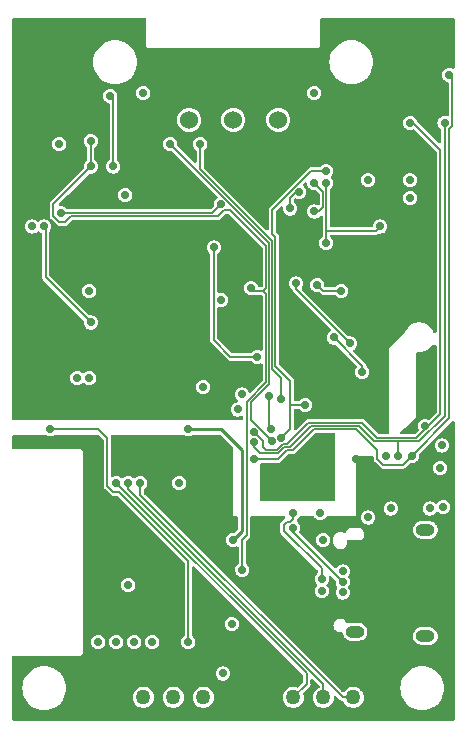
<source format=gbr>
%TF.GenerationSoftware,KiCad,Pcbnew,7.0.5*%
%TF.CreationDate,2023-06-26T09:37:40-04:00*%
%TF.ProjectId,ESP32Sensor-Sensor_board,45535033-3253-4656-9e73-6f722d53656e,rev?*%
%TF.SameCoordinates,Original*%
%TF.FileFunction,Copper,L3,Inr*%
%TF.FilePolarity,Positive*%
%FSLAX46Y46*%
G04 Gerber Fmt 4.6, Leading zero omitted, Abs format (unit mm)*
G04 Created by KiCad (PCBNEW 7.0.5) date 2023-06-26 09:37:40*
%MOMM*%
%LPD*%
G01*
G04 APERTURE LIST*
%TA.AperFunction,ComponentPad*%
%ADD10O,1.600000X1.000000*%
%TD*%
%TA.AperFunction,ComponentPad*%
%ADD11C,0.700000*%
%TD*%
%TA.AperFunction,ComponentPad*%
%ADD12C,1.270000*%
%TD*%
%TA.AperFunction,ComponentPad*%
%ADD13C,1.524000*%
%TD*%
%TA.AperFunction,ViaPad*%
%ADD14C,0.700000*%
%TD*%
%TA.AperFunction,Conductor*%
%ADD15C,0.254000*%
%TD*%
%TA.AperFunction,Conductor*%
%ADD16C,0.200000*%
%TD*%
%TA.AperFunction,Conductor*%
%ADD17C,0.127000*%
%TD*%
G04 APERTURE END LIST*
D10*
%TO.N,N/C*%
%TO.C,J2*%
X10306000Y-52218000D03*
X16256000Y-52578000D03*
X16256000Y-43598000D03*
%TD*%
D11*
%TO.N,GND*%
%TO.C,U5*%
X4827500Y-45790000D03*
X4827500Y-46890000D03*
%TD*%
D12*
%TO.N,GND*%
%TO.C,J5*%
X-10160000Y-57785000D03*
%TO.N,3.3V*%
X-7620000Y-57785000D03*
%TO.N,SCL*%
X-5080000Y-57785000D03*
%TO.N,SDA*%
X-2540000Y-57785000D03*
%TD*%
D13*
%TO.N,Net-(PD1-An)*%
%TO.C,PD1*%
X3810000Y-8890000D03*
%TO.N,The_better_5V*%
X-3746500Y-8890000D03*
X0Y-8890000D03*
%TD*%
D12*
%TO.N,GND*%
%TO.C,J6*%
X2540000Y-57785000D03*
%TO.N,GPIO1*%
X5080000Y-57785000D03*
%TO.N,GPIO2*%
X7620000Y-57785000D03*
%TO.N,GPIO3*%
X10160000Y-57785000D03*
%TD*%
D11*
%TO.N,Sensor_GND*%
%TO.C,U12*%
X6350000Y-37550000D03*
X6350000Y-38650000D03*
%TD*%
D14*
%TO.N,3.3V*%
X0Y-44450000D03*
X-3810000Y-35052000D03*
X11430000Y-42545000D03*
X7366000Y-42164000D03*
X-11430000Y-53086000D03*
X-8890000Y-48260000D03*
%TO.N,GND*%
X8128000Y-51816000D03*
X-14732000Y-10922000D03*
X16510000Y-30988000D03*
X11430000Y-13970000D03*
X11938000Y-38354000D03*
X14986000Y-13970000D03*
X-9144000Y-15240000D03*
X14986000Y-15494000D03*
X10160000Y-44958000D03*
X-2540000Y-31496000D03*
X-12192000Y-23368000D03*
X4826000Y-51562000D03*
X6858000Y-6604000D03*
X-7620000Y-6604000D03*
X10414000Y-37592000D03*
%TO.N,CC1*%
X7493000Y-48768000D03*
X13335000Y-41783000D03*
%TO.N,D+*%
X9271000Y-48006000D03*
X5080000Y-43434000D03*
%TO.N,D-*%
X9271000Y-48895000D03*
X7493000Y-47752000D03*
X5080000Y-42164000D03*
%TO.N,CC2*%
X9271000Y-47117000D03*
X16637000Y-41783000D03*
%TO.N,GPIO9*%
X-889000Y-55753000D03*
X-13208000Y-30734000D03*
X381000Y-33401000D03*
%TO.N,ESP_EN*%
X762000Y-32131000D03*
X-12192000Y-30734000D03*
X-9906000Y-53086000D03*
X-127000Y-51562000D03*
%TO.N,INT*%
X15113000Y-37338000D03*
X1778000Y-37592000D03*
X18288000Y-5080000D03*
%TO.N,SCL*%
X17893700Y-9144000D03*
X-8382000Y-53086000D03*
X13970000Y-37338000D03*
X1778000Y-36195000D03*
%TO.N,SDA*%
X14986000Y-9144000D03*
X-6858000Y-53086000D03*
X16256000Y-34798000D03*
X1778000Y-35306000D03*
X12954000Y-37338000D03*
%TO.N,LED_REF*%
X-12065000Y-12827000D03*
X-12065000Y-10668000D03*
X762000Y-46990000D03*
X9144000Y-23368000D03*
X7112000Y-22860000D03*
X1524000Y-23114000D03*
%TO.N,ESP_LED_REF_INV*%
X-10414000Y-6858000D03*
X-10160000Y-12827000D03*
%TO.N,5V*%
X3302000Y-36068000D03*
X-5334000Y-10922000D03*
%TO.N,Sensor_Analog*%
X7874000Y-14224000D03*
X3048000Y-32258000D03*
X12446000Y-17907000D03*
X3162085Y-35042772D03*
X7874000Y-19304000D03*
%TO.N,Net-(U9-OUT)*%
X5588000Y-14986000D03*
X4826000Y-16383000D03*
%TO.N,+Vs_For_Lock_in*%
X5334000Y-22733000D03*
X9906000Y-27813000D03*
%TO.N,-Vs_For_Lock_in*%
X6858000Y-14224000D03*
X-1016000Y-16002000D03*
X-14605000Y-16764000D03*
X6858000Y-16637000D03*
%TO.N,The_better_5V*%
X4064000Y-32512000D03*
X-2794000Y-10922000D03*
%TO.N,The_better_GND*%
X4064000Y-35814000D03*
X7874000Y-13208000D03*
X6096000Y-33020000D03*
%TO.N,ESP_ADC*%
X17653000Y-36449000D03*
X-4572000Y-39624000D03*
%TO.N,Sensor_First_stage*%
X2032000Y-28956000D03*
X-1651000Y-19685000D03*
%TO.N,Net-(U8-SEL_B)*%
X10922000Y-30226000D03*
X8509000Y-27305000D03*
%TO.N,GPIO1*%
X-9906000Y-39624000D03*
%TO.N,GPIO2*%
X-8890000Y-39624000D03*
%TO.N,GPIO3*%
X-7874000Y-39624000D03*
%TO.N,ESP_PWM_DIM*%
X-15494000Y-35052000D03*
X-3810000Y-53086000D03*
%TO.N,VBUS*%
X-17018000Y-17907000D03*
X-1016000Y-24130000D03*
X7620000Y-44450000D03*
X17780000Y-41656000D03*
X17526000Y-38354000D03*
%TO.N,Sensor_GND*%
X-12700000Y-19050000D03*
X12700000Y-23368000D03*
X11430000Y-27178000D03*
X12446000Y-16510000D03*
X-6096000Y-19050000D03*
X3302000Y-38354000D03*
X-12192000Y-24638000D03*
X1016000Y-13208000D03*
X-8890000Y-7874000D03*
X-7366000Y-13716000D03*
X-14732000Y-26924000D03*
X11176000Y-23876000D03*
X4572000Y-24384000D03*
X7112000Y-36068000D03*
X16002000Y-21082000D03*
X-2540000Y-23876000D03*
X1016000Y-15494000D03*
X10922000Y-15240000D03*
X-3048000Y-15240000D03*
X7874000Y-32766000D03*
%TO.N,-VBUS*%
X-16002000Y-17907000D03*
X-12065000Y-26035000D03*
%TD*%
D15*
%TO.N,3.3V*%
X-1016000Y-35052000D02*
X-3810000Y-35052000D01*
X762000Y-43688000D02*
X762000Y-36830000D01*
X0Y-44450000D02*
X762000Y-43688000D01*
X762000Y-36830000D02*
X-1016000Y-35052000D01*
D16*
%TO.N,D+*%
X5080000Y-43434000D02*
X5080000Y-43815000D01*
X5080000Y-43815000D02*
X9271000Y-48006000D01*
%TO.N,D-*%
X5080000Y-42672000D02*
X4826000Y-42926000D01*
X4572000Y-42926000D02*
X4318000Y-43180000D01*
X7493000Y-46863000D02*
X7493000Y-47752000D01*
X4318000Y-43688000D02*
X7493000Y-46863000D01*
X4318000Y-43180000D02*
X4318000Y-43688000D01*
X4826000Y-42926000D02*
X4572000Y-42926000D01*
X5080000Y-42164000D02*
X5080000Y-42672000D01*
D17*
%TO.N,INT*%
X14351000Y-38100000D02*
X15113000Y-37338000D01*
X12700000Y-38100000D02*
X14351000Y-38100000D01*
X12192000Y-37592000D02*
X12700000Y-38100000D01*
X18288000Y-34163000D02*
X15113000Y-37338000D01*
X12192000Y-36830000D02*
X12192000Y-37592000D01*
X5080000Y-36830000D02*
X6848755Y-35061245D01*
X4572000Y-36830000D02*
X5080000Y-36830000D01*
X1778000Y-37592000D02*
X3810000Y-37592000D01*
X6848755Y-35061245D02*
X10423245Y-35061245D01*
X18542000Y-5334000D02*
X18542000Y-9398000D01*
X18542000Y-9398000D02*
X18288000Y-9652000D01*
X10423245Y-35061245D02*
X12192000Y-36830000D01*
X18288000Y-5080000D02*
X18542000Y-5334000D01*
X18288000Y-9652000D02*
X18288000Y-34163000D01*
X3810000Y-37592000D02*
X4572000Y-36830000D01*
%TO.N,SCL*%
X17893700Y-9144000D02*
X17893700Y-33922300D01*
X2286000Y-37084000D02*
X1778000Y-36576000D01*
X4318000Y-36576000D02*
X3810000Y-37084000D01*
X17893700Y-33922300D02*
X15748000Y-36068000D01*
X1778000Y-36576000D02*
X1778000Y-36195000D01*
X6604000Y-34798000D02*
X4826000Y-36576000D01*
X13970000Y-37338000D02*
X13970000Y-36068000D01*
X4826000Y-36576000D02*
X4318000Y-36576000D01*
X15748000Y-36068000D02*
X13970000Y-36068000D01*
X11938000Y-36068000D02*
X10668000Y-34798000D01*
X13970000Y-36068000D02*
X11938000Y-36068000D01*
X3810000Y-37084000D02*
X2286000Y-37084000D01*
X10668000Y-34798000D02*
X6604000Y-34798000D01*
%TO.N,SDA*%
X15494000Y-35814000D02*
X12192000Y-35814000D01*
X17526000Y-11430000D02*
X17526000Y-33782000D01*
X17526000Y-33782000D02*
X16383000Y-34925000D01*
X16256000Y-34798000D02*
X16383000Y-34925000D01*
X15240000Y-9144000D02*
X17526000Y-11430000D01*
X2794000Y-36830000D02*
X2540000Y-36576000D01*
X2540000Y-36576000D02*
X2540000Y-36068000D01*
X10922000Y-34544000D02*
X6350000Y-34544000D01*
X12192000Y-35814000D02*
X10922000Y-34544000D01*
X6350000Y-34544000D02*
X4572000Y-36322000D01*
X16383000Y-34925000D02*
X15494000Y-35814000D01*
X2540000Y-36068000D02*
X1778000Y-35306000D01*
X4572000Y-36322000D02*
X4248710Y-36322000D01*
X3740710Y-36830000D02*
X2794000Y-36830000D01*
X4248710Y-36322000D02*
X3740710Y-36830000D01*
X14986000Y-9144000D02*
X15240000Y-9144000D01*
%TO.N,LED_REF*%
X762000Y-44450000D02*
X762000Y-46990000D01*
X-13716000Y-17018000D02*
X-14224000Y-17526000D01*
X-14224000Y-17526000D02*
X-14732000Y-17526000D01*
X2540000Y-23368000D02*
X2794000Y-23114000D01*
X-12065000Y-12827000D02*
X-12065000Y-10668000D01*
X1143000Y-44069000D02*
X762000Y-44450000D01*
X2794000Y-31115000D02*
X1143000Y-32766000D01*
X-15240000Y-16002000D02*
X-12065000Y-12827000D01*
X2540000Y-23368000D02*
X1778000Y-23368000D01*
X2794000Y-23114000D02*
X2794000Y-19558000D01*
X2540000Y-23368000D02*
X2794000Y-23622000D01*
X-254000Y-16510000D02*
X-762000Y-16510000D01*
X7620000Y-23368000D02*
X9144000Y-23368000D01*
X2794000Y-19558000D02*
X-254000Y-16510000D01*
X-1270000Y-17018000D02*
X-13716000Y-17018000D01*
X1143000Y-32766000D02*
X1143000Y-44069000D01*
X-15240000Y-17018000D02*
X-15240000Y-16002000D01*
X-14732000Y-17526000D02*
X-15240000Y-17018000D01*
X-762000Y-16510000D02*
X-1270000Y-17018000D01*
X7112000Y-22860000D02*
X7620000Y-23368000D01*
X2794000Y-23622000D02*
X2794000Y-31115000D01*
X1778000Y-23368000D02*
X1524000Y-23114000D01*
%TO.N,ESP_LED_REF_INV*%
X-10160000Y-12827000D02*
X-10160000Y-7112000D01*
X-10160000Y-7112000D02*
X-10414000Y-6858000D01*
%TO.N,5V*%
X3048000Y-19304000D02*
X-5334000Y-10922000D01*
X3048000Y-31242000D02*
X3048000Y-19304000D01*
X1524000Y-32766000D02*
X3048000Y-31242000D01*
X1524000Y-34290000D02*
X1524000Y-32766000D01*
X3302000Y-36068000D02*
X1524000Y-34290000D01*
%TO.N,Sensor_Analog*%
X7874000Y-14224000D02*
X7874000Y-18288000D01*
X12065000Y-18288000D02*
X12446000Y-17907000D01*
X7874000Y-18288000D02*
X12065000Y-18288000D01*
X3048000Y-32258000D02*
X3048000Y-34928687D01*
X7874000Y-18288000D02*
X7874000Y-19304000D01*
X3048000Y-34928687D02*
X3162085Y-35042772D01*
%TO.N,Net-(U9-OUT)*%
X4826000Y-15494000D02*
X5334000Y-14986000D01*
X5334000Y-14986000D02*
X5588000Y-14986000D01*
X4826000Y-16383000D02*
X4826000Y-15494000D01*
%TO.N,+Vs_For_Lock_in*%
X5334000Y-23241000D02*
X9906000Y-27813000D01*
X5334000Y-22733000D02*
X5334000Y-23241000D01*
%TO.N,-Vs_For_Lock_in*%
X7620000Y-14986000D02*
X6858000Y-14224000D01*
X6858000Y-16637000D02*
X7239000Y-16637000D01*
X-1016000Y-16002000D02*
X-1778000Y-16764000D01*
X7239000Y-16637000D02*
X7620000Y-16256000D01*
X7620000Y-16256000D02*
X7620000Y-14986000D01*
X-1778000Y-16764000D02*
X-14605000Y-16764000D01*
%TO.N,The_better_5V*%
X3302000Y-29972000D02*
X3302000Y-19177000D01*
X-2794000Y-13081000D02*
X-2794000Y-10922000D01*
X4064000Y-32512000D02*
X4064000Y-30734000D01*
X4064000Y-30734000D02*
X3302000Y-29972000D01*
X3302000Y-19177000D02*
X-2794000Y-13081000D01*
%TO.N,The_better_GND*%
X3302000Y-16510000D02*
X6604000Y-13208000D01*
X6604000Y-13208000D02*
X7874000Y-13208000D01*
X4826000Y-33020000D02*
X4826000Y-30988000D01*
X4826000Y-30988000D02*
X3556000Y-29718000D01*
X6096000Y-33020000D02*
X4826000Y-33020000D01*
X3556000Y-29718000D02*
X3556000Y-18796000D01*
X3302000Y-18542000D02*
X3302000Y-16510000D01*
X3556000Y-18796000D02*
X3302000Y-18542000D01*
X4064000Y-35814000D02*
X4826000Y-35052000D01*
X4826000Y-35052000D02*
X4826000Y-33020000D01*
%TO.N,Sensor_First_stage*%
X2032000Y-28956000D02*
X-254000Y-28956000D01*
X-1651000Y-27559000D02*
X-1651000Y-19685000D01*
X-254000Y-28956000D02*
X-1651000Y-27559000D01*
%TO.N,Net-(U8-SEL_B)*%
X10922000Y-29718000D02*
X10922000Y-30226000D01*
X8509000Y-27305000D02*
X10922000Y-29718000D01*
%TO.N,GPIO1*%
X6223000Y-55753000D02*
X6223000Y-56642000D01*
X-9906000Y-39624000D02*
X6223000Y-55753000D01*
X6223000Y-56642000D02*
X5080000Y-57785000D01*
%TO.N,GPIO2*%
X-8890000Y-39624000D02*
X-8890000Y-40132000D01*
X7620000Y-56642000D02*
X7620000Y-57785000D01*
X-8890000Y-40132000D02*
X7620000Y-56642000D01*
%TO.N,GPIO3*%
X-7874000Y-40640000D02*
X9271000Y-57785000D01*
X9271000Y-57785000D02*
X10160000Y-57785000D01*
X-7874000Y-39624000D02*
X-7874000Y-40640000D01*
%TO.N,ESP_PWM_DIM*%
X-10668000Y-39878000D02*
X-10668000Y-35814000D01*
X-10160000Y-40386000D02*
X-10668000Y-39878000D01*
X-3810000Y-53086000D02*
X-3810000Y-46228000D01*
X-11430000Y-35052000D02*
X-15494000Y-35052000D01*
X-10668000Y-35814000D02*
X-11430000Y-35052000D01*
X-9652000Y-40386000D02*
X-10160000Y-40386000D01*
X-3810000Y-46228000D02*
X-9652000Y-40386000D01*
%TO.N,-VBUS*%
X-15875000Y-18034000D02*
X-15875000Y-22225000D01*
X-16002000Y-17907000D02*
X-15875000Y-18034000D01*
X-15875000Y-22225000D02*
X-12065000Y-26035000D01*
%TD*%
%TA.AperFunction,Conductor*%
%TO.N,GND*%
G36*
X18713908Y-34371809D02*
G01*
X18743941Y-34434894D01*
X18745500Y-34454494D01*
X18745500Y-59621500D01*
X18725815Y-59688539D01*
X18673011Y-59734294D01*
X18621500Y-59745500D01*
X-18621500Y-59745500D01*
X-18688539Y-59725815D01*
X-18734294Y-59673011D01*
X-18745500Y-59621500D01*
X-18745500Y-57000000D01*
X-17859237Y-57000000D01*
X-17840313Y-57264597D01*
X-17783925Y-57523808D01*
X-17691221Y-57772355D01*
X-17691218Y-57772359D01*
X-17691218Y-57772361D01*
X-17640704Y-57864871D01*
X-17564090Y-58005179D01*
X-17405118Y-58217541D01*
X-17217541Y-58405118D01*
X-17005179Y-58564090D01*
X-16772360Y-58691218D01*
X-16772359Y-58691218D01*
X-16772355Y-58691221D01*
X-16523808Y-58783925D01*
X-16264597Y-58840313D01*
X-16026508Y-58857341D01*
X-16000001Y-58859237D01*
X-16000000Y-58859237D01*
X-15999999Y-58859237D01*
X-15970540Y-58857130D01*
X-15735403Y-58840313D01*
X-15735399Y-58840312D01*
X-15735397Y-58840312D01*
X-15476200Y-58783927D01*
X-15476198Y-58783926D01*
X-15476192Y-58783925D01*
X-15227645Y-58691221D01*
X-15227642Y-58691219D01*
X-15227638Y-58691218D01*
X-14994826Y-58564093D01*
X-14994818Y-58564088D01*
X-14782466Y-58405124D01*
X-14782448Y-58405108D01*
X-14594891Y-58217551D01*
X-14594875Y-58217533D01*
X-14435911Y-58005181D01*
X-14435906Y-58005173D01*
X-14315682Y-57785000D01*
X-8510378Y-57785000D01*
X-8490921Y-57970120D01*
X-8433401Y-58147149D01*
X-8340331Y-58308351D01*
X-8215779Y-58446680D01*
X-8065189Y-58556090D01*
X-7952424Y-58606296D01*
X-7895147Y-58631798D01*
X-7895144Y-58631798D01*
X-7895142Y-58631800D01*
X-7713070Y-58670500D01*
X-7713069Y-58670500D01*
X-7526931Y-58670500D01*
X-7526930Y-58670500D01*
X-7344858Y-58631800D01*
X-7344852Y-58631798D01*
X-7174811Y-58556090D01*
X-7174810Y-58556089D01*
X-7024221Y-58446680D01*
X-7024218Y-58446677D01*
X-7024215Y-58446675D01*
X-6914713Y-58325059D01*
X-6899669Y-58308351D01*
X-6806599Y-58147149D01*
X-6806596Y-58147143D01*
X-6749080Y-57970124D01*
X-6749079Y-57970122D01*
X-6729622Y-57785000D01*
X-5970378Y-57785000D01*
X-5950921Y-57970120D01*
X-5893401Y-58147149D01*
X-5800331Y-58308351D01*
X-5675779Y-58446680D01*
X-5525189Y-58556090D01*
X-5412424Y-58606296D01*
X-5355147Y-58631798D01*
X-5355144Y-58631798D01*
X-5355142Y-58631800D01*
X-5173070Y-58670500D01*
X-5173069Y-58670500D01*
X-4986931Y-58670500D01*
X-4986930Y-58670500D01*
X-4804858Y-58631800D01*
X-4804852Y-58631798D01*
X-4634811Y-58556090D01*
X-4634810Y-58556089D01*
X-4484221Y-58446680D01*
X-4484218Y-58446677D01*
X-4484215Y-58446675D01*
X-4374713Y-58325059D01*
X-4359669Y-58308351D01*
X-4266599Y-58147149D01*
X-4266596Y-58147143D01*
X-4209080Y-57970124D01*
X-4209079Y-57970122D01*
X-4189622Y-57785000D01*
X-3430378Y-57785000D01*
X-3410921Y-57970120D01*
X-3353401Y-58147149D01*
X-3260331Y-58308351D01*
X-3135779Y-58446680D01*
X-2985189Y-58556090D01*
X-2872424Y-58606296D01*
X-2815147Y-58631798D01*
X-2815144Y-58631798D01*
X-2815142Y-58631800D01*
X-2633070Y-58670500D01*
X-2633069Y-58670500D01*
X-2446931Y-58670500D01*
X-2446930Y-58670500D01*
X-2264858Y-58631800D01*
X-2264852Y-58631798D01*
X-2094811Y-58556090D01*
X-2094811Y-58556089D01*
X-1944221Y-58446680D01*
X-1944218Y-58446677D01*
X-1944215Y-58446675D01*
X-1834713Y-58325059D01*
X-1819669Y-58308351D01*
X-1726599Y-58147149D01*
X-1726596Y-58147143D01*
X-1669080Y-57970124D01*
X-1669079Y-57970122D01*
X-1649622Y-57785000D01*
X-1669079Y-57599877D01*
X-1669080Y-57599875D01*
X-1726596Y-57422856D01*
X-1726599Y-57422850D01*
X-1819668Y-57261650D01*
X-1944215Y-57123324D01*
X-1944218Y-57123322D01*
X-2094811Y-57013909D01*
X-2264852Y-56938201D01*
X-2264858Y-56938199D01*
X-2415014Y-56906283D01*
X-2446930Y-56899500D01*
X-2633070Y-56899500D01*
X-2671769Y-56907725D01*
X-2815141Y-56938199D01*
X-2815147Y-56938201D01*
X-2985188Y-57013909D01*
X-2985189Y-57013910D01*
X-3135779Y-57123320D01*
X-3135780Y-57123321D01*
X-3135781Y-57123322D01*
X-3135784Y-57123324D01*
X-3211547Y-57207469D01*
X-3260331Y-57261649D01*
X-3353400Y-57422850D01*
X-3353403Y-57422856D01*
X-3375119Y-57489693D01*
X-3410921Y-57599880D01*
X-3430378Y-57785000D01*
X-4189622Y-57785000D01*
X-4209079Y-57599877D01*
X-4209080Y-57599875D01*
X-4266596Y-57422856D01*
X-4266599Y-57422850D01*
X-4359668Y-57261650D01*
X-4484215Y-57123324D01*
X-4484218Y-57123322D01*
X-4634811Y-57013909D01*
X-4804852Y-56938201D01*
X-4804858Y-56938199D01*
X-4955014Y-56906283D01*
X-4986930Y-56899500D01*
X-5173070Y-56899500D01*
X-5211769Y-56907725D01*
X-5355141Y-56938199D01*
X-5355147Y-56938201D01*
X-5525188Y-57013909D01*
X-5525189Y-57013910D01*
X-5675779Y-57123320D01*
X-5675780Y-57123321D01*
X-5675781Y-57123322D01*
X-5675784Y-57123324D01*
X-5751547Y-57207469D01*
X-5800331Y-57261649D01*
X-5893400Y-57422850D01*
X-5893403Y-57422856D01*
X-5915119Y-57489693D01*
X-5950921Y-57599880D01*
X-5970378Y-57785000D01*
X-6729622Y-57785000D01*
X-6749079Y-57599877D01*
X-6749080Y-57599875D01*
X-6806596Y-57422856D01*
X-6806599Y-57422850D01*
X-6899668Y-57261650D01*
X-7024215Y-57123324D01*
X-7024218Y-57123322D01*
X-7174811Y-57013909D01*
X-7344852Y-56938201D01*
X-7344858Y-56938199D01*
X-7495014Y-56906283D01*
X-7526930Y-56899500D01*
X-7713070Y-56899500D01*
X-7751769Y-56907725D01*
X-7895141Y-56938199D01*
X-7895147Y-56938201D01*
X-8065188Y-57013909D01*
X-8065189Y-57013910D01*
X-8215779Y-57123320D01*
X-8215780Y-57123321D01*
X-8215781Y-57123322D01*
X-8215784Y-57123324D01*
X-8291547Y-57207469D01*
X-8340331Y-57261649D01*
X-8433400Y-57422850D01*
X-8433403Y-57422856D01*
X-8455119Y-57489693D01*
X-8490921Y-57599880D01*
X-8510378Y-57785000D01*
X-14315682Y-57785000D01*
X-14308781Y-57772361D01*
X-14216072Y-57523799D01*
X-14159687Y-57264602D01*
X-14140763Y-57000001D01*
X-14140763Y-56999998D01*
X-14159687Y-56735397D01*
X-14216072Y-56476200D01*
X-14308781Y-56227638D01*
X-14435906Y-55994826D01*
X-14435911Y-55994818D01*
X-14594875Y-55782466D01*
X-14594891Y-55782448D01*
X-14624339Y-55753000D01*
X-1494682Y-55753000D01*
X-1474044Y-55909762D01*
X-1413536Y-56055841D01*
X-1317282Y-56181282D01*
X-1191841Y-56277536D01*
X-1045762Y-56338044D01*
X-941254Y-56351802D01*
X-889001Y-56358682D01*
X-889000Y-56358682D01*
X-888999Y-56358682D01*
X-810619Y-56348363D01*
X-732238Y-56338044D01*
X-586159Y-56277536D01*
X-460718Y-56181282D01*
X-364464Y-56055841D01*
X-342602Y-56003063D01*
X-303956Y-55909762D01*
X-303955Y-55909760D01*
X-283318Y-55753001D01*
X-283318Y-55752998D01*
X-303955Y-55596239D01*
X-303956Y-55596237D01*
X-364463Y-55450160D01*
X-460718Y-55324718D01*
X-586160Y-55228463D01*
X-732237Y-55167956D01*
X-732239Y-55167955D01*
X-888999Y-55147318D01*
X-889001Y-55147318D01*
X-1045760Y-55167955D01*
X-1045762Y-55167956D01*
X-1161931Y-55216075D01*
X-1191841Y-55228464D01*
X-1317282Y-55324718D01*
X-1413536Y-55450159D01*
X-1474044Y-55596238D01*
X-1494682Y-55753000D01*
X-14624339Y-55753000D01*
X-14782448Y-55594891D01*
X-14782466Y-55594875D01*
X-14994818Y-55435911D01*
X-14994826Y-55435906D01*
X-15227639Y-55308781D01*
X-15227638Y-55308781D01*
X-15476200Y-55216072D01*
X-15735397Y-55159687D01*
X-15999999Y-55140763D01*
X-16000001Y-55140763D01*
X-16264602Y-55159687D01*
X-16523799Y-55216072D01*
X-16523805Y-55216074D01*
X-16523808Y-55216075D01*
X-16672936Y-55271697D01*
X-16772361Y-55308781D01*
X-17005173Y-55435906D01*
X-17005181Y-55435911D01*
X-17217533Y-55594875D01*
X-17217551Y-55594891D01*
X-17405108Y-55782448D01*
X-17405124Y-55782466D01*
X-17564088Y-55994818D01*
X-17564093Y-55994826D01*
X-17691218Y-56227638D01*
X-17691219Y-56227642D01*
X-17691221Y-56227645D01*
X-17783925Y-56476192D01*
X-17783926Y-56476198D01*
X-17783927Y-56476200D01*
X-17835374Y-56712701D01*
X-17840313Y-56735403D01*
X-17859237Y-57000000D01*
X-18745500Y-57000000D01*
X-18745500Y-54378500D01*
X-18725815Y-54311461D01*
X-18673011Y-54265706D01*
X-18621500Y-54254500D01*
X-13037282Y-54254500D01*
X-13013093Y-54256882D01*
X-13000000Y-54259486D01*
X-12999998Y-54259486D01*
X-12900701Y-54239735D01*
X-12900700Y-54239734D01*
X-12900699Y-54239734D01*
X-12858607Y-54211608D01*
X-12816515Y-54183484D01*
X-12782796Y-54133019D01*
X-12760266Y-54099301D01*
X-12760265Y-54099299D01*
X-12760264Y-54099296D01*
X-12744647Y-54020782D01*
X-12744642Y-54020755D01*
X-12740514Y-54000000D01*
X-12743118Y-53986906D01*
X-12745500Y-53962718D01*
X-12745500Y-53086000D01*
X-12035682Y-53086000D01*
X-12015044Y-53242762D01*
X-11954536Y-53388841D01*
X-11858282Y-53514282D01*
X-11732841Y-53610536D01*
X-11586762Y-53671044D01*
X-11482254Y-53684802D01*
X-11430001Y-53691682D01*
X-11430000Y-53691682D01*
X-11429999Y-53691682D01*
X-11351619Y-53681363D01*
X-11273238Y-53671044D01*
X-11127159Y-53610536D01*
X-11001718Y-53514282D01*
X-10905464Y-53388841D01*
X-10874148Y-53313239D01*
X-10844956Y-53242762D01*
X-10844955Y-53242760D01*
X-10824318Y-53086001D01*
X-10824318Y-53086000D01*
X-10511682Y-53086000D01*
X-10491044Y-53242762D01*
X-10430536Y-53388841D01*
X-10334282Y-53514282D01*
X-10208841Y-53610536D01*
X-10062762Y-53671044D01*
X-9958253Y-53684802D01*
X-9906001Y-53691682D01*
X-9906000Y-53691682D01*
X-9905999Y-53691682D01*
X-9827618Y-53681363D01*
X-9749238Y-53671044D01*
X-9603159Y-53610536D01*
X-9477718Y-53514282D01*
X-9381464Y-53388841D01*
X-9350148Y-53313239D01*
X-9320956Y-53242762D01*
X-9320955Y-53242760D01*
X-9300318Y-53086001D01*
X-9300318Y-53086000D01*
X-8987682Y-53086000D01*
X-8967044Y-53242762D01*
X-8906536Y-53388841D01*
X-8810282Y-53514282D01*
X-8684841Y-53610536D01*
X-8538762Y-53671044D01*
X-8434254Y-53684802D01*
X-8382001Y-53691682D01*
X-8382000Y-53691682D01*
X-8381999Y-53691682D01*
X-8303619Y-53681363D01*
X-8225238Y-53671044D01*
X-8079159Y-53610536D01*
X-7953718Y-53514282D01*
X-7857464Y-53388841D01*
X-7826148Y-53313239D01*
X-7796956Y-53242762D01*
X-7796955Y-53242760D01*
X-7776318Y-53086001D01*
X-7776318Y-53086000D01*
X-7463682Y-53086000D01*
X-7443044Y-53242762D01*
X-7382536Y-53388841D01*
X-7286282Y-53514282D01*
X-7160841Y-53610536D01*
X-7014762Y-53671044D01*
X-6910253Y-53684802D01*
X-6858001Y-53691682D01*
X-6858000Y-53691682D01*
X-6857999Y-53691682D01*
X-6779618Y-53681363D01*
X-6701238Y-53671044D01*
X-6555159Y-53610536D01*
X-6429718Y-53514282D01*
X-6333464Y-53388841D01*
X-6302148Y-53313239D01*
X-6272956Y-53242762D01*
X-6272955Y-53242760D01*
X-6252318Y-53086001D01*
X-6252318Y-53085998D01*
X-6272955Y-52929239D01*
X-6272956Y-52929237D01*
X-6333463Y-52783160D01*
X-6429718Y-52657718D01*
X-6555160Y-52561463D01*
X-6701237Y-52500956D01*
X-6701239Y-52500955D01*
X-6857999Y-52480318D01*
X-6858001Y-52480318D01*
X-7014760Y-52500955D01*
X-7014762Y-52500956D01*
X-7160841Y-52561464D01*
X-7286282Y-52657718D01*
X-7382536Y-52783159D01*
X-7443044Y-52929238D01*
X-7463682Y-53086000D01*
X-7776318Y-53086000D01*
X-7776318Y-53085998D01*
X-7796955Y-52929239D01*
X-7796956Y-52929237D01*
X-7857463Y-52783160D01*
X-7953718Y-52657718D01*
X-8079160Y-52561463D01*
X-8225237Y-52500956D01*
X-8225239Y-52500955D01*
X-8381999Y-52480318D01*
X-8382001Y-52480318D01*
X-8538760Y-52500955D01*
X-8538762Y-52500956D01*
X-8684841Y-52561464D01*
X-8810282Y-52657718D01*
X-8906536Y-52783159D01*
X-8967044Y-52929238D01*
X-8987682Y-53086000D01*
X-9300318Y-53086000D01*
X-9300318Y-53085998D01*
X-9320955Y-52929239D01*
X-9320956Y-52929237D01*
X-9381463Y-52783160D01*
X-9477718Y-52657718D01*
X-9603160Y-52561463D01*
X-9749237Y-52500956D01*
X-9749239Y-52500955D01*
X-9905999Y-52480318D01*
X-9906001Y-52480318D01*
X-10062760Y-52500955D01*
X-10062762Y-52500956D01*
X-10208841Y-52561464D01*
X-10334282Y-52657718D01*
X-10430536Y-52783159D01*
X-10491044Y-52929238D01*
X-10511682Y-53086000D01*
X-10824318Y-53086000D01*
X-10824318Y-53085998D01*
X-10844955Y-52929239D01*
X-10844956Y-52929237D01*
X-10905463Y-52783160D01*
X-11001718Y-52657718D01*
X-11127160Y-52561463D01*
X-11273237Y-52500956D01*
X-11273239Y-52500955D01*
X-11429999Y-52480318D01*
X-11430001Y-52480318D01*
X-11586760Y-52500955D01*
X-11586762Y-52500956D01*
X-11732841Y-52561464D01*
X-11858282Y-52657718D01*
X-11954536Y-52783159D01*
X-12015044Y-52929238D01*
X-12035682Y-53086000D01*
X-12745500Y-53086000D01*
X-12745500Y-48260000D01*
X-9495682Y-48260000D01*
X-9475044Y-48416762D01*
X-9414536Y-48562841D01*
X-9318282Y-48688282D01*
X-9192841Y-48784536D01*
X-9046762Y-48845044D01*
X-8942253Y-48858802D01*
X-8890001Y-48865682D01*
X-8890000Y-48865682D01*
X-8889999Y-48865682D01*
X-8811618Y-48855363D01*
X-8733238Y-48845044D01*
X-8587159Y-48784536D01*
X-8461718Y-48688282D01*
X-8365464Y-48562841D01*
X-8350198Y-48525987D01*
X-8304956Y-48416762D01*
X-8304955Y-48416760D01*
X-8284318Y-48260001D01*
X-8284318Y-48259998D01*
X-8304955Y-48103239D01*
X-8304956Y-48103237D01*
X-8365463Y-47957160D01*
X-8461718Y-47831718D01*
X-8587160Y-47735463D01*
X-8733237Y-47674956D01*
X-8733239Y-47674955D01*
X-8889999Y-47654318D01*
X-8890001Y-47654318D01*
X-9046760Y-47674955D01*
X-9046762Y-47674956D01*
X-9192841Y-47735464D01*
X-9318282Y-47831718D01*
X-9414536Y-47957159D01*
X-9475044Y-48103238D01*
X-9495682Y-48260000D01*
X-12745500Y-48260000D01*
X-12745500Y-37037277D01*
X-12743117Y-37013084D01*
X-12740514Y-36999999D01*
X-12740514Y-36999997D01*
X-12750608Y-36949252D01*
X-12760266Y-36900699D01*
X-12816515Y-36816515D01*
X-12900700Y-36760265D01*
X-12900701Y-36760264D01*
X-12999998Y-36740514D01*
X-13000000Y-36740514D01*
X-13013093Y-36743118D01*
X-13037282Y-36745500D01*
X-18621500Y-36745500D01*
X-18688539Y-36725815D01*
X-18734294Y-36673011D01*
X-18745500Y-36621500D01*
X-18745500Y-35684000D01*
X-18725815Y-35616961D01*
X-18673011Y-35571206D01*
X-18621500Y-35560000D01*
X-15858708Y-35560000D01*
X-15804776Y-35574452D01*
X-15804351Y-35573426D01*
X-15749081Y-35596319D01*
X-15650762Y-35637044D01*
X-15546254Y-35650802D01*
X-15494001Y-35657682D01*
X-15494000Y-35657682D01*
X-15493999Y-35657682D01*
X-15398635Y-35645127D01*
X-15337238Y-35637044D01*
X-15269657Y-35609051D01*
X-15183649Y-35573426D01*
X-15183223Y-35574452D01*
X-15129292Y-35560000D01*
X-11417425Y-35560000D01*
X-11350386Y-35579685D01*
X-11329744Y-35596319D01*
X-11018319Y-35907744D01*
X-10984834Y-35969067D01*
X-10982000Y-35995425D01*
X-10982000Y-39861579D01*
X-10982235Y-39866982D01*
X-10985631Y-39905789D01*
X-10975542Y-39943435D01*
X-10974382Y-39948667D01*
X-10967615Y-39987051D01*
X-10967612Y-39987054D01*
X-10967613Y-39987054D01*
X-10965244Y-39993562D01*
X-10959897Y-40006470D01*
X-10956971Y-40012741D01*
X-10956970Y-40012749D01*
X-10934625Y-40044658D01*
X-10931728Y-40049207D01*
X-10912249Y-40082949D01*
X-10882388Y-40108004D01*
X-10878427Y-40111634D01*
X-10393634Y-40596427D01*
X-10390004Y-40600388D01*
X-10364949Y-40630249D01*
X-10331211Y-40649726D01*
X-10326658Y-40652625D01*
X-10294749Y-40674970D01*
X-10294741Y-40674971D01*
X-10288470Y-40677897D01*
X-10275555Y-40683247D01*
X-10269055Y-40685613D01*
X-10269054Y-40685613D01*
X-10269051Y-40685615D01*
X-10230667Y-40692382D01*
X-10225423Y-40693546D01*
X-10187790Y-40703631D01*
X-10148986Y-40700235D01*
X-10143583Y-40700000D01*
X-9833425Y-40700000D01*
X-9766386Y-40719685D01*
X-9745744Y-40736319D01*
X-4160319Y-46321744D01*
X-4126834Y-46383067D01*
X-4124000Y-46409425D01*
X-4124000Y-52508875D01*
X-4143685Y-52575914D01*
X-4172512Y-52607250D01*
X-4191649Y-52621935D01*
X-4238282Y-52657718D01*
X-4334536Y-52783159D01*
X-4395044Y-52929238D01*
X-4415682Y-53086000D01*
X-4395044Y-53242762D01*
X-4334536Y-53388841D01*
X-4238282Y-53514282D01*
X-4112841Y-53610536D01*
X-3966762Y-53671044D01*
X-3862253Y-53684802D01*
X-3810001Y-53691682D01*
X-3810000Y-53691682D01*
X-3809999Y-53691682D01*
X-3731618Y-53681363D01*
X-3653238Y-53671044D01*
X-3507159Y-53610536D01*
X-3381718Y-53514282D01*
X-3285464Y-53388841D01*
X-3254148Y-53313239D01*
X-3224956Y-53242762D01*
X-3224955Y-53242760D01*
X-3204318Y-53086001D01*
X-3204318Y-53085998D01*
X-3224955Y-52929239D01*
X-3224956Y-52929237D01*
X-3285463Y-52783160D01*
X-3342211Y-52709205D01*
X-3381718Y-52657718D01*
X-3381719Y-52657717D01*
X-3447488Y-52607250D01*
X-3488690Y-52550821D01*
X-3496000Y-52508875D01*
X-3496000Y-51562001D01*
X-732682Y-51562001D01*
X-725802Y-51614253D01*
X-712044Y-51718762D01*
X-651536Y-51864841D01*
X-555282Y-51990282D01*
X-429841Y-52086536D01*
X-283762Y-52147044D01*
X-179254Y-52160802D01*
X-127001Y-52167682D01*
X-127000Y-52167682D01*
X-126999Y-52167682D01*
X-74745Y-52160802D01*
X29762Y-52147044D01*
X175841Y-52086536D01*
X301282Y-51990282D01*
X397536Y-51864841D01*
X458044Y-51718762D01*
X471802Y-51614253D01*
X478682Y-51562001D01*
X478682Y-51561998D01*
X458044Y-51405239D01*
X458044Y-51405238D01*
X397536Y-51259159D01*
X301282Y-51133718D01*
X175841Y-51037464D01*
X29762Y-50976956D01*
X29760Y-50976955D01*
X-126999Y-50956318D01*
X-127001Y-50956318D01*
X-283760Y-50976955D01*
X-283762Y-50976956D01*
X-429841Y-51037464D01*
X-555282Y-51133718D01*
X-651536Y-51259159D01*
X-712044Y-51405238D01*
X-712044Y-51405239D01*
X-732682Y-51561998D01*
X-732682Y-51562001D01*
X-3496000Y-51562001D01*
X-3496000Y-46777425D01*
X-3476315Y-46710386D01*
X-3423511Y-46664631D01*
X-3354353Y-46654687D01*
X-3290797Y-46683712D01*
X-3284319Y-46689744D01*
X5872681Y-55846744D01*
X5906166Y-55908067D01*
X5909000Y-55934425D01*
X5909000Y-56460574D01*
X5889315Y-56527613D01*
X5872681Y-56548255D01*
X5503690Y-56917245D01*
X5442367Y-56950730D01*
X5372675Y-56945746D01*
X5365577Y-56942845D01*
X5355147Y-56938201D01*
X5355141Y-56938199D01*
X5211769Y-56907725D01*
X5173070Y-56899500D01*
X4986930Y-56899500D01*
X4955014Y-56906283D01*
X4804858Y-56938199D01*
X4804852Y-56938201D01*
X4634811Y-57013909D01*
X4484218Y-57123322D01*
X4484215Y-57123324D01*
X4359668Y-57261650D01*
X4266599Y-57422850D01*
X4266596Y-57422856D01*
X4209080Y-57599875D01*
X4209079Y-57599877D01*
X4189622Y-57785000D01*
X4209079Y-57970122D01*
X4209080Y-57970124D01*
X4266596Y-58147143D01*
X4266599Y-58147149D01*
X4359669Y-58308351D01*
X4374713Y-58325059D01*
X4484215Y-58446675D01*
X4484218Y-58446677D01*
X4484221Y-58446680D01*
X4634810Y-58556089D01*
X4634811Y-58556090D01*
X4804852Y-58631798D01*
X4804858Y-58631800D01*
X4986930Y-58670500D01*
X4986931Y-58670500D01*
X5173069Y-58670500D01*
X5173070Y-58670500D01*
X5355142Y-58631800D01*
X5355144Y-58631798D01*
X5355147Y-58631798D01*
X5412424Y-58606296D01*
X5525189Y-58556090D01*
X5675779Y-58446680D01*
X5800331Y-58308351D01*
X5893401Y-58147149D01*
X5950921Y-57970120D01*
X5970378Y-57785000D01*
X5950921Y-57599880D01*
X5915117Y-57489688D01*
X5913123Y-57419852D01*
X5945366Y-57363695D01*
X6433427Y-56875634D01*
X6437388Y-56872004D01*
X6467249Y-56846949D01*
X6486728Y-56813207D01*
X6489625Y-56808658D01*
X6511970Y-56776749D01*
X6511971Y-56776741D01*
X6514897Y-56770470D01*
X6520244Y-56757562D01*
X6522613Y-56751054D01*
X6522612Y-56751054D01*
X6522615Y-56751051D01*
X6529382Y-56712667D01*
X6530542Y-56707435D01*
X6540631Y-56669789D01*
X6537235Y-56630982D01*
X6537000Y-56625579D01*
X6537000Y-56302425D01*
X6556685Y-56235386D01*
X6609489Y-56189631D01*
X6678647Y-56179687D01*
X6742203Y-56208712D01*
X6748681Y-56214744D01*
X7269682Y-56735745D01*
X7303166Y-56797066D01*
X7306000Y-56823424D01*
X7306000Y-56874974D01*
X7286315Y-56942013D01*
X7233511Y-56987768D01*
X7232436Y-56988253D01*
X7174812Y-57013908D01*
X7024218Y-57123322D01*
X7024215Y-57123324D01*
X6899668Y-57261650D01*
X6806599Y-57422850D01*
X6806596Y-57422856D01*
X6749080Y-57599875D01*
X6749079Y-57599877D01*
X6729622Y-57785000D01*
X6749079Y-57970122D01*
X6749080Y-57970124D01*
X6806596Y-58147143D01*
X6806599Y-58147149D01*
X6899669Y-58308351D01*
X6914713Y-58325059D01*
X7024215Y-58446675D01*
X7024218Y-58446677D01*
X7024221Y-58446680D01*
X7174810Y-58556089D01*
X7174811Y-58556090D01*
X7344852Y-58631798D01*
X7344858Y-58631800D01*
X7526930Y-58670500D01*
X7526931Y-58670500D01*
X7713069Y-58670500D01*
X7713070Y-58670500D01*
X7895142Y-58631800D01*
X7895144Y-58631798D01*
X7895147Y-58631798D01*
X7952424Y-58606296D01*
X8065189Y-58556090D01*
X8215779Y-58446680D01*
X8340331Y-58308351D01*
X8433401Y-58147149D01*
X8490921Y-57970120D01*
X8510378Y-57785000D01*
X8509801Y-57779511D01*
X8522367Y-57710782D01*
X8570097Y-57659756D01*
X8637837Y-57642636D01*
X8704079Y-57664856D01*
X8720802Y-57678865D01*
X9037349Y-57995412D01*
X9041004Y-57999400D01*
X9066048Y-58029246D01*
X9066051Y-58029249D01*
X9082780Y-58038907D01*
X9099779Y-58048722D01*
X9104343Y-58051629D01*
X9136251Y-58073971D01*
X9136253Y-58073971D01*
X9142511Y-58076890D01*
X9155473Y-58082258D01*
X9161946Y-58084614D01*
X9161947Y-58084614D01*
X9161949Y-58084615D01*
X9200315Y-58091379D01*
X9205571Y-58092544D01*
X9243211Y-58102631D01*
X9243217Y-58102630D01*
X9254022Y-58103577D01*
X9253798Y-58106129D01*
X9306953Y-58116807D01*
X9356659Y-58164574D01*
X9412980Y-58262125D01*
X9439669Y-58308351D01*
X9454713Y-58325059D01*
X9564215Y-58446675D01*
X9564218Y-58446677D01*
X9564221Y-58446680D01*
X9714810Y-58556089D01*
X9714811Y-58556090D01*
X9884852Y-58631798D01*
X9884858Y-58631800D01*
X10066930Y-58670500D01*
X10066931Y-58670500D01*
X10253069Y-58670500D01*
X10253070Y-58670500D01*
X10435142Y-58631800D01*
X10435144Y-58631798D01*
X10435147Y-58631798D01*
X10492424Y-58606296D01*
X10605189Y-58556090D01*
X10755779Y-58446680D01*
X10880331Y-58308351D01*
X10973401Y-58147149D01*
X11030921Y-57970120D01*
X11050378Y-57785000D01*
X11030921Y-57599880D01*
X10995119Y-57489693D01*
X10973403Y-57422856D01*
X10973400Y-57422850D01*
X10880331Y-57261649D01*
X10831547Y-57207469D01*
X10755784Y-57123324D01*
X10755781Y-57123322D01*
X10755780Y-57123321D01*
X10755779Y-57123320D01*
X10605189Y-57013910D01*
X10605188Y-57013909D01*
X10573950Y-57000001D01*
X14140763Y-57000001D01*
X14159687Y-57264602D01*
X14216072Y-57523799D01*
X14308781Y-57772361D01*
X14435906Y-58005173D01*
X14435911Y-58005181D01*
X14594875Y-58217533D01*
X14594891Y-58217551D01*
X14782448Y-58405108D01*
X14782466Y-58405124D01*
X14994818Y-58564088D01*
X14994826Y-58564093D01*
X15227639Y-58691218D01*
X15227638Y-58691218D01*
X15227642Y-58691219D01*
X15227645Y-58691221D01*
X15476192Y-58783925D01*
X15476198Y-58783926D01*
X15476200Y-58783927D01*
X15735397Y-58840312D01*
X15735399Y-58840312D01*
X15735403Y-58840313D01*
X15970540Y-58857130D01*
X15999999Y-58859237D01*
X16000000Y-58859237D01*
X16000001Y-58859237D01*
X16026508Y-58857341D01*
X16264597Y-58840313D01*
X16523808Y-58783925D01*
X16772355Y-58691221D01*
X16772359Y-58691218D01*
X16772361Y-58691218D01*
X16888766Y-58627655D01*
X17005179Y-58564090D01*
X17217541Y-58405118D01*
X17405118Y-58217541D01*
X17564090Y-58005179D01*
X17640704Y-57864871D01*
X17691218Y-57772361D01*
X17691218Y-57772359D01*
X17691221Y-57772355D01*
X17783925Y-57523808D01*
X17840313Y-57264597D01*
X17859237Y-57000000D01*
X17840313Y-56735403D01*
X17835374Y-56712701D01*
X17783927Y-56476200D01*
X17783926Y-56476198D01*
X17783925Y-56476192D01*
X17691221Y-56227645D01*
X17691219Y-56227642D01*
X17691218Y-56227638D01*
X17564093Y-55994826D01*
X17564088Y-55994818D01*
X17405124Y-55782466D01*
X17405108Y-55782448D01*
X17217551Y-55594891D01*
X17217533Y-55594875D01*
X17005181Y-55435911D01*
X17005173Y-55435906D01*
X16772360Y-55308781D01*
X16772361Y-55308781D01*
X16672936Y-55271697D01*
X16523808Y-55216075D01*
X16523805Y-55216074D01*
X16523799Y-55216072D01*
X16264602Y-55159687D01*
X16000001Y-55140763D01*
X15999999Y-55140763D01*
X15735397Y-55159687D01*
X15476200Y-55216072D01*
X15227638Y-55308781D01*
X14994826Y-55435906D01*
X14994818Y-55435911D01*
X14782466Y-55594875D01*
X14782448Y-55594891D01*
X14594891Y-55782448D01*
X14594875Y-55782466D01*
X14435911Y-55994818D01*
X14435906Y-55994826D01*
X14308781Y-56227638D01*
X14216072Y-56476200D01*
X14159687Y-56735397D01*
X14140763Y-56999998D01*
X14140763Y-57000001D01*
X10573950Y-57000001D01*
X10435147Y-56938201D01*
X10435141Y-56938199D01*
X10291769Y-56907725D01*
X10253070Y-56899500D01*
X10066930Y-56899500D01*
X10035014Y-56906283D01*
X9884858Y-56938199D01*
X9884852Y-56938201D01*
X9714811Y-57013909D01*
X9564218Y-57123322D01*
X9564215Y-57123324D01*
X9439667Y-57261650D01*
X9439665Y-57261653D01*
X9429706Y-57278902D01*
X9379137Y-57327115D01*
X9310529Y-57340335D01*
X9245665Y-57314364D01*
X9234641Y-57304578D01*
X3618064Y-51688001D01*
X8471500Y-51688001D01*
X8491415Y-51839278D01*
X8491416Y-51839280D01*
X8549806Y-51980247D01*
X8549807Y-51980249D01*
X8549808Y-51980250D01*
X8642696Y-52101304D01*
X8763750Y-52194192D01*
X8763751Y-52194192D01*
X8763752Y-52194193D01*
X8795686Y-52207420D01*
X8904720Y-52252584D01*
X8961370Y-52260042D01*
X9018019Y-52267500D01*
X9018020Y-52267500D01*
X9093978Y-52267500D01*
X9093980Y-52267500D01*
X9131363Y-52262578D01*
X9200395Y-52273343D01*
X9252652Y-52319722D01*
X9269663Y-52363983D01*
X9282135Y-52434711D01*
X9351623Y-52595804D01*
X9351624Y-52595806D01*
X9351626Y-52595809D01*
X9397716Y-52657718D01*
X9456390Y-52736530D01*
X9590786Y-52849302D01*
X9646497Y-52877281D01*
X9747562Y-52928038D01*
X9747563Y-52928038D01*
X9747567Y-52928040D01*
X9918279Y-52968500D01*
X9918282Y-52968500D01*
X10649701Y-52968500D01*
X10649709Y-52968500D01*
X10780255Y-52953241D01*
X10945117Y-52893237D01*
X11091696Y-52796830D01*
X11212092Y-52669218D01*
X11239392Y-52621933D01*
X15201668Y-52621933D01*
X15217058Y-52709210D01*
X15232135Y-52794711D01*
X15301623Y-52955804D01*
X15301624Y-52955806D01*
X15301626Y-52955809D01*
X15356278Y-53029218D01*
X15406390Y-53096530D01*
X15540786Y-53209302D01*
X15607407Y-53242760D01*
X15697562Y-53288038D01*
X15697563Y-53288038D01*
X15697567Y-53288040D01*
X15868279Y-53328500D01*
X15868282Y-53328500D01*
X16599701Y-53328500D01*
X16599709Y-53328500D01*
X16730255Y-53313241D01*
X16895117Y-53253237D01*
X17041696Y-53156830D01*
X17162092Y-53029218D01*
X17249812Y-52877281D01*
X17300130Y-52709210D01*
X17310331Y-52534065D01*
X17279865Y-52361289D01*
X17210377Y-52200196D01*
X17205907Y-52194192D01*
X17105609Y-52059469D01*
X16971214Y-51946698D01*
X16971212Y-51946697D01*
X16814437Y-51867961D01*
X16801273Y-51864841D01*
X16643721Y-51827500D01*
X15912291Y-51827500D01*
X15811526Y-51839278D01*
X15781743Y-51842759D01*
X15781740Y-51842760D01*
X15616884Y-51902762D01*
X15616880Y-51902764D01*
X15470306Y-51999167D01*
X15470305Y-51999168D01*
X15349910Y-52126778D01*
X15262188Y-52278718D01*
X15211870Y-52446789D01*
X15211869Y-52446794D01*
X15201668Y-52621933D01*
X11239392Y-52621933D01*
X11299812Y-52517281D01*
X11350130Y-52349210D01*
X11360331Y-52174065D01*
X11329865Y-52001289D01*
X11260377Y-51840196D01*
X11259695Y-51839280D01*
X11155609Y-51699469D01*
X11021214Y-51586698D01*
X11021212Y-51586697D01*
X10864437Y-51507961D01*
X10864433Y-51507960D01*
X10693721Y-51467500D01*
X9962291Y-51467500D01*
X9857854Y-51479707D01*
X9831743Y-51482759D01*
X9831737Y-51482761D01*
X9740368Y-51516016D01*
X9670639Y-51520447D01*
X9609584Y-51486476D01*
X9583399Y-51446948D01*
X9562192Y-51395750D01*
X9469304Y-51274696D01*
X9348250Y-51181808D01*
X9348249Y-51181807D01*
X9348247Y-51181806D01*
X9207280Y-51123416D01*
X9207278Y-51123415D01*
X9093981Y-51108500D01*
X9093980Y-51108500D01*
X9018020Y-51108500D01*
X9018019Y-51108500D01*
X8904721Y-51123415D01*
X8904719Y-51123416D01*
X8763752Y-51181806D01*
X8642696Y-51274696D01*
X8549806Y-51395752D01*
X8491416Y-51536719D01*
X8491415Y-51536721D01*
X8471500Y-51687998D01*
X8471500Y-51688001D01*
X3618064Y-51688001D01*
X-7523681Y-40546255D01*
X-7557166Y-40484932D01*
X-7560000Y-40458574D01*
X-7560000Y-40201123D01*
X-7540315Y-40134084D01*
X-7511486Y-40102747D01*
X-7445719Y-40052283D01*
X-7439857Y-40044644D01*
X-7349464Y-39926841D01*
X-7322431Y-39861579D01*
X-7288956Y-39780762D01*
X-7288955Y-39780760D01*
X-7268318Y-39624001D01*
X-7268318Y-39624000D01*
X-5177682Y-39624000D01*
X-5157044Y-39780762D01*
X-5096536Y-39926841D01*
X-5000282Y-40052282D01*
X-4874841Y-40148536D01*
X-4728762Y-40209044D01*
X-4624254Y-40222802D01*
X-4572001Y-40229682D01*
X-4572000Y-40229682D01*
X-4571999Y-40229682D01*
X-4493619Y-40219363D01*
X-4415238Y-40209044D01*
X-4269159Y-40148536D01*
X-4143718Y-40052282D01*
X-4047464Y-39926841D01*
X-4020431Y-39861579D01*
X-3986956Y-39780762D01*
X-3986955Y-39780760D01*
X-3966318Y-39624001D01*
X-3966318Y-39623998D01*
X-3986955Y-39467239D01*
X-3986956Y-39467237D01*
X-4047463Y-39321160D01*
X-4143718Y-39195718D01*
X-4269160Y-39099463D01*
X-4415237Y-39038956D01*
X-4415239Y-39038955D01*
X-4571999Y-39018318D01*
X-4572001Y-39018318D01*
X-4728760Y-39038955D01*
X-4728762Y-39038956D01*
X-4866577Y-39096041D01*
X-4874841Y-39099464D01*
X-5000282Y-39195718D01*
X-5096536Y-39321159D01*
X-5157044Y-39467238D01*
X-5177682Y-39624000D01*
X-7268318Y-39624000D01*
X-7268318Y-39623998D01*
X-7288955Y-39467239D01*
X-7288956Y-39467237D01*
X-7349463Y-39321160D01*
X-7445718Y-39195718D01*
X-7571160Y-39099463D01*
X-7717237Y-39038956D01*
X-7717239Y-39038955D01*
X-7873999Y-39018318D01*
X-7874001Y-39018318D01*
X-8030760Y-39038955D01*
X-8030762Y-39038956D01*
X-8168577Y-39096041D01*
X-8176841Y-39099464D01*
X-8302282Y-39195718D01*
X-8302284Y-39195720D01*
X-8306512Y-39198965D01*
X-8371682Y-39224159D01*
X-8440126Y-39210121D01*
X-8457485Y-39198965D01*
X-8587157Y-39099464D01*
X-8733237Y-39038956D01*
X-8733239Y-39038955D01*
X-8889999Y-39018318D01*
X-8890001Y-39018318D01*
X-9046760Y-39038955D01*
X-9046762Y-39038956D01*
X-9184577Y-39096041D01*
X-9192841Y-39099464D01*
X-9318282Y-39195718D01*
X-9318284Y-39195720D01*
X-9322512Y-39198965D01*
X-9387682Y-39224159D01*
X-9456126Y-39210121D01*
X-9473485Y-39198965D01*
X-9603157Y-39099464D01*
X-9749237Y-39038956D01*
X-9749239Y-39038955D01*
X-9905999Y-39018318D01*
X-9906001Y-39018318D01*
X-10062760Y-39038955D01*
X-10062765Y-39038957D01*
X-10182548Y-39088572D01*
X-10252017Y-39096041D01*
X-10314496Y-39064765D01*
X-10350148Y-39004676D01*
X-10354000Y-38974011D01*
X-10354000Y-35830419D01*
X-10353764Y-35825012D01*
X-10350368Y-35786210D01*
X-10360451Y-35748581D01*
X-10361622Y-35743299D01*
X-10368282Y-35705535D01*
X-10360539Y-35636096D01*
X-10316484Y-35581866D01*
X-10250103Y-35560063D01*
X-10246166Y-35560000D01*
X-4174708Y-35560000D01*
X-4120776Y-35574452D01*
X-4120351Y-35573426D01*
X-4065081Y-35596319D01*
X-3966762Y-35637044D01*
X-3862254Y-35650802D01*
X-3810001Y-35657682D01*
X-3810000Y-35657682D01*
X-3809999Y-35657682D01*
X-3714635Y-35645127D01*
X-3653238Y-35637044D01*
X-3585657Y-35609051D01*
X-3499649Y-35573426D01*
X-3499223Y-35574452D01*
X-3445292Y-35560000D01*
X-1093227Y-35560000D01*
X-1026188Y-35579685D01*
X-1005546Y-35596319D01*
X-36319Y-36565546D01*
X-2834Y-36626869D01*
X0Y-36653227D01*
X0Y-42418000D01*
X260500Y-42418000D01*
X327539Y-42437685D01*
X373294Y-42490489D01*
X384500Y-42542000D01*
X384500Y-43480271D01*
X364815Y-43547310D01*
X348181Y-43567952D01*
X106700Y-43809433D01*
X45377Y-43842918D01*
X2835Y-43844691D01*
X2Y-43844318D01*
X-2Y-43844318D01*
X-156760Y-43864955D01*
X-156762Y-43864956D01*
X-234801Y-43897281D01*
X-302841Y-43925464D01*
X-428282Y-44021718D01*
X-524536Y-44147159D01*
X-585044Y-44293238D01*
X-585044Y-44293239D01*
X-605682Y-44449998D01*
X-605682Y-44450001D01*
X-604036Y-44462500D01*
X-585044Y-44606762D01*
X-524536Y-44752841D01*
X-428282Y-44878282D01*
X-302841Y-44974536D01*
X-156762Y-45035044D01*
X-52253Y-45048802D01*
X-1Y-45055682D01*
X0Y-45055682D01*
X1Y-45055682D01*
X52253Y-45048802D01*
X156762Y-45035044D01*
X276548Y-44985426D01*
X346017Y-44977958D01*
X408496Y-45009233D01*
X444148Y-45069322D01*
X448000Y-45099988D01*
X448000Y-46412875D01*
X428315Y-46479914D01*
X399488Y-46511250D01*
X333719Y-46561717D01*
X237463Y-46687160D01*
X176956Y-46833237D01*
X176955Y-46833239D01*
X156318Y-46989998D01*
X156318Y-46990001D01*
X176955Y-47146760D01*
X176956Y-47146762D01*
X200202Y-47202884D01*
X237464Y-47292841D01*
X333718Y-47418282D01*
X459159Y-47514536D01*
X605238Y-47575044D01*
X683618Y-47585363D01*
X761999Y-47595682D01*
X762000Y-47595682D01*
X762001Y-47595682D01*
X814253Y-47588802D01*
X918762Y-47575044D01*
X1064841Y-47514536D01*
X1190282Y-47418282D01*
X1286536Y-47292841D01*
X1347044Y-47146762D01*
X1367682Y-46990000D01*
X1347044Y-46833238D01*
X1286536Y-46687159D01*
X1190282Y-46561718D01*
X1151496Y-46531956D01*
X1124512Y-46511250D01*
X1083310Y-46454821D01*
X1076000Y-46412875D01*
X1076000Y-44631424D01*
X1095685Y-44564385D01*
X1112315Y-44543747D01*
X1353428Y-44302633D01*
X1357388Y-44299004D01*
X1387249Y-44273949D01*
X1406728Y-44240207D01*
X1409625Y-44235658D01*
X1431970Y-44203749D01*
X1431971Y-44203741D01*
X1434897Y-44197470D01*
X1440247Y-44184555D01*
X1442613Y-44178055D01*
X1442613Y-44178054D01*
X1442615Y-44178051D01*
X1449382Y-44139667D01*
X1450546Y-44134423D01*
X1460631Y-44096790D01*
X1457235Y-44057986D01*
X1457000Y-44052583D01*
X1457000Y-42542000D01*
X1476685Y-42474961D01*
X1529489Y-42429206D01*
X1581000Y-42418000D01*
X4284940Y-42418000D01*
X4351979Y-42437685D01*
X4397734Y-42490489D01*
X4407678Y-42559647D01*
X4378653Y-42623203D01*
X4361103Y-42639853D01*
X4353738Y-42645585D01*
X4319913Y-42682329D01*
X4318139Y-42684177D01*
X4104955Y-42897361D01*
X4085106Y-42913482D01*
X4077331Y-42918562D01*
X4057143Y-42944498D01*
X4052067Y-42950248D01*
X4049634Y-42952681D01*
X4049624Y-42952694D01*
X4037695Y-42969401D01*
X4036164Y-42971453D01*
X4005483Y-43010872D01*
X4001975Y-43017353D01*
X3998761Y-43023931D01*
X3984506Y-43071809D01*
X3983725Y-43074246D01*
X3967499Y-43121512D01*
X3966294Y-43128733D01*
X3965382Y-43136046D01*
X3967447Y-43185948D01*
X3967500Y-43188510D01*
X3967500Y-43638788D01*
X3964861Y-43664232D01*
X3962957Y-43673311D01*
X3962957Y-43673317D01*
X3967023Y-43705937D01*
X3967500Y-43713614D01*
X3967500Y-43717040D01*
X3970232Y-43733420D01*
X3970876Y-43737276D01*
X3971245Y-43739808D01*
X3977427Y-43789393D01*
X3979520Y-43796426D01*
X3981907Y-43803379D01*
X3981908Y-43803381D01*
X3985368Y-43809774D01*
X4005691Y-43847330D01*
X4006864Y-43849608D01*
X4028802Y-43894484D01*
X4028804Y-43894486D01*
X4033071Y-43900464D01*
X4037582Y-43906259D01*
X4074341Y-43940098D01*
X4076189Y-43941871D01*
X7106181Y-46971864D01*
X7139665Y-47033185D01*
X7142499Y-47059543D01*
X7142499Y-47202884D01*
X7122814Y-47269923D01*
X7093987Y-47301258D01*
X7064720Y-47323715D01*
X6968463Y-47449160D01*
X6907956Y-47595237D01*
X6907955Y-47595239D01*
X6887318Y-47751998D01*
X6887318Y-47752001D01*
X6907955Y-47908760D01*
X6907956Y-47908762D01*
X6968464Y-48054842D01*
X7067965Y-48184514D01*
X7093159Y-48249683D01*
X7079121Y-48318128D01*
X7067965Y-48335486D01*
X6968464Y-48465157D01*
X6907956Y-48611237D01*
X6907955Y-48611239D01*
X6887318Y-48767998D01*
X6887318Y-48768001D01*
X6907955Y-48924760D01*
X6907956Y-48924762D01*
X6968464Y-49070841D01*
X7064718Y-49196282D01*
X7190159Y-49292536D01*
X7336238Y-49353044D01*
X7414618Y-49363363D01*
X7492999Y-49373682D01*
X7493000Y-49373682D01*
X7493001Y-49373682D01*
X7545254Y-49366802D01*
X7649762Y-49353044D01*
X7795841Y-49292536D01*
X7921282Y-49196282D01*
X8017536Y-49070841D01*
X8078044Y-48924762D01*
X8098682Y-48768000D01*
X8078044Y-48611238D01*
X8017536Y-48465159D01*
X8017535Y-48465158D01*
X8017535Y-48465157D01*
X7918034Y-48335485D01*
X7892840Y-48270316D01*
X7906878Y-48201871D01*
X7918035Y-48184512D01*
X7921279Y-48180284D01*
X7921282Y-48180282D01*
X8017536Y-48054841D01*
X8078044Y-47908762D01*
X8098682Y-47752000D01*
X8082285Y-47627452D01*
X8093051Y-47558418D01*
X8139430Y-47506162D01*
X8206699Y-47487277D01*
X8273500Y-47507758D01*
X8292905Y-47523587D01*
X8634875Y-47865557D01*
X8668360Y-47926880D01*
X8670133Y-47969422D01*
X8665318Y-48005998D01*
X8665318Y-48006001D01*
X8685955Y-48162760D01*
X8685956Y-48162762D01*
X8726232Y-48259998D01*
X8746464Y-48308841D01*
X8770157Y-48339718D01*
X8797240Y-48375014D01*
X8822433Y-48440184D01*
X8808394Y-48508629D01*
X8797240Y-48525986D01*
X8746463Y-48592160D01*
X8685956Y-48738237D01*
X8685955Y-48738239D01*
X8665318Y-48894998D01*
X8665318Y-48895001D01*
X8685955Y-49051760D01*
X8685956Y-49051762D01*
X8746464Y-49197841D01*
X8842718Y-49323282D01*
X8968159Y-49419536D01*
X9114238Y-49480044D01*
X9192618Y-49490363D01*
X9270999Y-49500682D01*
X9271000Y-49500682D01*
X9271001Y-49500682D01*
X9323254Y-49493802D01*
X9427762Y-49480044D01*
X9573841Y-49419536D01*
X9699282Y-49323282D01*
X9795536Y-49197841D01*
X9856044Y-49051762D01*
X9876682Y-48895000D01*
X9856044Y-48738238D01*
X9795536Y-48592159D01*
X9795535Y-48592158D01*
X9795535Y-48592157D01*
X9771140Y-48560366D01*
X9744759Y-48525985D01*
X9719565Y-48460818D01*
X9733603Y-48392373D01*
X9744757Y-48375017D01*
X9795536Y-48308841D01*
X9856044Y-48162762D01*
X9876682Y-48006000D01*
X9871866Y-47969422D01*
X9856044Y-47849239D01*
X9856044Y-47849238D01*
X9795536Y-47703159D01*
X9795535Y-47703158D01*
X9795535Y-47703157D01*
X9758059Y-47654318D01*
X9744759Y-47636985D01*
X9719565Y-47571818D01*
X9733603Y-47503373D01*
X9744757Y-47486017D01*
X9795536Y-47419841D01*
X9856044Y-47273762D01*
X9876682Y-47117000D01*
X9856044Y-46960238D01*
X9795536Y-46814159D01*
X9699282Y-46688718D01*
X9573841Y-46592464D01*
X9427762Y-46531956D01*
X9427760Y-46531955D01*
X9271001Y-46511318D01*
X9270999Y-46511318D01*
X9114239Y-46531955D01*
X9114237Y-46531956D01*
X8968160Y-46592463D01*
X8968158Y-46592464D01*
X8968159Y-46592464D01*
X8842718Y-46688718D01*
X8842717Y-46688719D01*
X8842716Y-46688720D01*
X8758024Y-46799092D01*
X8701596Y-46840294D01*
X8631850Y-46844449D01*
X8571968Y-46811286D01*
X6210683Y-44450001D01*
X7014318Y-44450001D01*
X7034955Y-44606760D01*
X7034956Y-44606762D01*
X7095464Y-44752841D01*
X7191718Y-44878282D01*
X7317159Y-44974536D01*
X7463238Y-45035044D01*
X7541619Y-45045363D01*
X7619999Y-45055682D01*
X7620000Y-45055682D01*
X7620001Y-45055682D01*
X7672253Y-45048802D01*
X7776762Y-45035044D01*
X7922841Y-44974536D01*
X8048282Y-44878282D01*
X8144536Y-44752841D01*
X8205044Y-44606762D01*
X8220679Y-44487999D01*
X8471500Y-44487999D01*
X8475969Y-44521944D01*
X8476500Y-44530046D01*
X8476500Y-44703300D01*
X8505557Y-44830608D01*
X8562214Y-44948258D01*
X8562216Y-44948260D01*
X8562218Y-44948264D01*
X8583170Y-44974536D01*
X8643638Y-45050361D01*
X8667415Y-45069322D01*
X8745736Y-45131782D01*
X8745739Y-45131783D01*
X8745741Y-45131785D01*
X8863392Y-45188442D01*
X8863390Y-45188442D01*
X8990699Y-45217499D01*
X8990704Y-45217499D01*
X8990706Y-45217500D01*
X8990708Y-45217500D01*
X9121292Y-45217500D01*
X9121294Y-45217500D01*
X9121296Y-45217499D01*
X9121300Y-45217499D01*
X9248608Y-45188442D01*
X9366258Y-45131785D01*
X9366258Y-45131784D01*
X9366264Y-45131782D01*
X9468361Y-45050361D01*
X9549782Y-44948264D01*
X9583484Y-44878282D01*
X9606442Y-44830608D01*
X9635499Y-44703300D01*
X9635500Y-44703292D01*
X9635500Y-44536366D01*
X9655185Y-44469327D01*
X9707989Y-44423572D01*
X9777147Y-44413628D01*
X9811012Y-44423572D01*
X9862401Y-44447041D01*
X9862404Y-44447042D01*
X9969917Y-44462500D01*
X9969920Y-44462500D01*
X10642080Y-44462500D01*
X10642083Y-44462500D01*
X10749596Y-44447042D01*
X10749597Y-44447041D01*
X10749599Y-44447041D01*
X10822762Y-44413628D01*
X10881558Y-44386777D01*
X10991196Y-44291775D01*
X11069629Y-44169732D01*
X11110500Y-44030536D01*
X11110500Y-43885464D01*
X11089726Y-43814712D01*
X11069630Y-43746270D01*
X11069630Y-43746269D01*
X11022746Y-43673317D01*
X11002576Y-43641933D01*
X15201668Y-43641933D01*
X15228846Y-43796060D01*
X15232135Y-43814711D01*
X15301623Y-43975804D01*
X15301624Y-43975806D01*
X15301626Y-43975809D01*
X15391694Y-44096790D01*
X15406390Y-44116530D01*
X15540786Y-44229302D01*
X15562508Y-44240211D01*
X15697562Y-44308038D01*
X15697563Y-44308038D01*
X15697567Y-44308040D01*
X15868279Y-44348500D01*
X15868282Y-44348500D01*
X16599701Y-44348500D01*
X16599709Y-44348500D01*
X16730255Y-44333241D01*
X16895117Y-44273237D01*
X17036159Y-44180471D01*
X17041693Y-44176832D01*
X17041694Y-44176831D01*
X17041693Y-44176831D01*
X17041696Y-44176830D01*
X17162092Y-44049218D01*
X17249812Y-43897281D01*
X17300130Y-43729210D01*
X17310331Y-43554065D01*
X17279865Y-43381289D01*
X17210377Y-43220196D01*
X17185835Y-43187231D01*
X17105609Y-43079469D01*
X16971214Y-42966698D01*
X16971212Y-42966697D01*
X16814437Y-42887961D01*
X16814433Y-42887960D01*
X16643721Y-42847500D01*
X15912291Y-42847500D01*
X15807854Y-42859707D01*
X15781743Y-42862759D01*
X15781740Y-42862760D01*
X15616884Y-42922762D01*
X15616880Y-42922764D01*
X15470306Y-43019167D01*
X15470305Y-43019168D01*
X15349910Y-43146778D01*
X15262188Y-43298718D01*
X15211870Y-43466789D01*
X15211869Y-43466794D01*
X15201668Y-43641933D01*
X11002576Y-43641933D01*
X10991196Y-43624225D01*
X10881558Y-43529223D01*
X10881556Y-43529222D01*
X10749599Y-43468958D01*
X10749595Y-43468957D01*
X10669110Y-43457386D01*
X10642083Y-43453500D01*
X9969917Y-43453500D01*
X9956403Y-43455443D01*
X9862404Y-43468957D01*
X9862400Y-43468958D01*
X9730443Y-43529222D01*
X9730442Y-43529223D01*
X9620803Y-43624226D01*
X9542369Y-43746269D01*
X9542369Y-43746270D01*
X9536512Y-43766217D01*
X9498736Y-43824994D01*
X9435180Y-43854017D01*
X9366021Y-43844072D01*
X9363735Y-43842999D01*
X9248607Y-43787557D01*
X9248609Y-43787557D01*
X9121300Y-43758500D01*
X9121294Y-43758500D01*
X9100875Y-43758500D01*
X9056000Y-43758500D01*
X8990706Y-43758500D01*
X8990699Y-43758500D01*
X8863391Y-43787557D01*
X8745741Y-43844214D01*
X8745739Y-43844216D01*
X8745737Y-43844217D01*
X8745736Y-43844218D01*
X8735135Y-43852672D01*
X8643638Y-43925638D01*
X8576807Y-44009441D01*
X8567018Y-44021718D01*
X8562216Y-44027739D01*
X8562214Y-44027741D01*
X8505557Y-44145391D01*
X8476500Y-44272699D01*
X8476500Y-44445953D01*
X8475969Y-44454055D01*
X8471500Y-44487999D01*
X8220679Y-44487999D01*
X8224036Y-44462500D01*
X8225682Y-44450001D01*
X8225682Y-44449998D01*
X8205044Y-44293239D01*
X8205044Y-44293238D01*
X8144536Y-44147159D01*
X8048282Y-44021718D01*
X7922841Y-43925464D01*
X7854801Y-43897281D01*
X7776762Y-43864956D01*
X7776760Y-43864955D01*
X7620001Y-43844318D01*
X7619999Y-43844318D01*
X7463239Y-43864955D01*
X7463237Y-43864956D01*
X7317160Y-43925463D01*
X7191718Y-44021718D01*
X7095463Y-44147160D01*
X7034956Y-44293237D01*
X7034955Y-44293239D01*
X7014318Y-44449998D01*
X7014318Y-44450001D01*
X6210683Y-44450001D01*
X5631779Y-43871097D01*
X5598294Y-43809774D01*
X5603278Y-43740082D01*
X5604886Y-43735995D01*
X5665044Y-43590762D01*
X5685682Y-43434000D01*
X5665044Y-43277238D01*
X5604536Y-43131159D01*
X5508282Y-43005718D01*
X5508280Y-43005717D01*
X5508280Y-43005716D01*
X5466009Y-42973281D01*
X5444172Y-42956525D01*
X5402971Y-42900100D01*
X5398816Y-42830353D01*
X5400810Y-42822787D01*
X5413492Y-42780185D01*
X5414259Y-42777790D01*
X5430500Y-42730488D01*
X5430500Y-42730481D01*
X5431705Y-42723261D01*
X5432616Y-42715956D01*
X5432617Y-42715954D01*
X5432616Y-42715950D01*
X5433889Y-42705753D01*
X5435324Y-42705931D01*
X5449544Y-42648879D01*
X5481052Y-42613175D01*
X5508282Y-42592282D01*
X5604536Y-42466841D01*
X5604535Y-42466841D01*
X5604787Y-42466514D01*
X5661215Y-42425311D01*
X5703163Y-42418000D01*
X6742837Y-42418000D01*
X6809876Y-42437685D01*
X6841213Y-42466514D01*
X6934958Y-42588686D01*
X6937718Y-42592282D01*
X7063159Y-42688536D01*
X7209238Y-42749044D01*
X7287619Y-42759363D01*
X7365999Y-42769682D01*
X7366000Y-42769682D01*
X7366001Y-42769682D01*
X7418254Y-42762802D01*
X7522762Y-42749044D01*
X7668841Y-42688536D01*
X7794282Y-42592282D01*
X7830562Y-42545001D01*
X10824318Y-42545001D01*
X10844955Y-42701760D01*
X10844956Y-42701762D01*
X10902682Y-42841126D01*
X10905464Y-42847841D01*
X11001718Y-42973282D01*
X11127159Y-43069536D01*
X11273238Y-43130044D01*
X11318828Y-43136046D01*
X11429999Y-43150682D01*
X11430000Y-43150682D01*
X11430001Y-43150682D01*
X11482254Y-43143802D01*
X11586762Y-43130044D01*
X11732841Y-43069536D01*
X11858282Y-42973282D01*
X11954536Y-42847841D01*
X12015044Y-42701762D01*
X12035682Y-42545000D01*
X12015044Y-42388238D01*
X11954536Y-42242159D01*
X11858282Y-42116718D01*
X11732841Y-42020464D01*
X11586762Y-41959956D01*
X11586760Y-41959955D01*
X11430001Y-41939318D01*
X11429999Y-41939318D01*
X11273239Y-41959955D01*
X11273237Y-41959956D01*
X11127160Y-42020463D01*
X11001718Y-42116718D01*
X10905463Y-42242160D01*
X10844956Y-42388237D01*
X10844955Y-42388239D01*
X10824318Y-42544998D01*
X10824318Y-42545001D01*
X7830562Y-42545001D01*
X7890536Y-42466841D01*
X7890535Y-42466841D01*
X7890787Y-42466514D01*
X7947215Y-42425311D01*
X7989163Y-42418000D01*
X10414000Y-42418000D01*
X10414000Y-41783001D01*
X12729318Y-41783001D01*
X12749955Y-41939760D01*
X12749956Y-41939762D01*
X12783383Y-42020463D01*
X12810464Y-42085841D01*
X12906718Y-42211282D01*
X13032159Y-42307536D01*
X13178238Y-42368044D01*
X13256618Y-42378363D01*
X13334999Y-42388682D01*
X13335000Y-42388682D01*
X13335001Y-42388682D01*
X13387254Y-42381802D01*
X13491762Y-42368044D01*
X13637841Y-42307536D01*
X13763282Y-42211282D01*
X13859536Y-42085841D01*
X13920044Y-41939762D01*
X13940682Y-41783001D01*
X16031318Y-41783001D01*
X16051955Y-41939760D01*
X16051956Y-41939762D01*
X16085383Y-42020463D01*
X16112464Y-42085841D01*
X16208718Y-42211282D01*
X16334159Y-42307536D01*
X16480238Y-42368044D01*
X16558619Y-42378363D01*
X16636999Y-42388682D01*
X16637000Y-42388682D01*
X16637001Y-42388682D01*
X16689254Y-42381802D01*
X16793762Y-42368044D01*
X16939841Y-42307536D01*
X17065282Y-42211282D01*
X17158850Y-42089341D01*
X17215277Y-42048139D01*
X17285023Y-42043984D01*
X17345943Y-42078196D01*
X17347961Y-42080525D01*
X17351713Y-42084277D01*
X17351715Y-42084279D01*
X17351718Y-42084282D01*
X17477159Y-42180536D01*
X17623238Y-42241044D01*
X17701619Y-42251363D01*
X17779999Y-42261682D01*
X17780000Y-42261682D01*
X17780001Y-42261682D01*
X17832254Y-42254802D01*
X17936762Y-42241044D01*
X18082841Y-42180536D01*
X18208282Y-42084282D01*
X18304536Y-41958841D01*
X18365044Y-41812762D01*
X18385682Y-41656000D01*
X18365044Y-41499238D01*
X18304536Y-41353159D01*
X18208282Y-41227718D01*
X18082841Y-41131464D01*
X17936762Y-41070956D01*
X17936760Y-41070955D01*
X17780001Y-41050318D01*
X17779999Y-41050318D01*
X17623239Y-41070955D01*
X17623237Y-41070956D01*
X17477160Y-41131463D01*
X17477158Y-41131464D01*
X17477159Y-41131464D01*
X17351718Y-41227718D01*
X17351717Y-41227719D01*
X17351716Y-41227720D01*
X17258149Y-41349658D01*
X17201721Y-41390860D01*
X17131975Y-41395015D01*
X17071055Y-41360802D01*
X17069038Y-41358474D01*
X17065286Y-41354722D01*
X17065283Y-41354720D01*
X17065282Y-41354718D01*
X16939841Y-41258464D01*
X16793762Y-41197956D01*
X16793760Y-41197955D01*
X16637001Y-41177318D01*
X16636999Y-41177318D01*
X16480239Y-41197955D01*
X16480237Y-41197956D01*
X16334160Y-41258463D01*
X16208718Y-41354718D01*
X16112463Y-41480160D01*
X16051956Y-41626237D01*
X16051955Y-41626239D01*
X16031318Y-41782998D01*
X16031318Y-41783001D01*
X13940682Y-41783001D01*
X13940682Y-41783000D01*
X13920044Y-41626238D01*
X13859536Y-41480159D01*
X13763282Y-41354718D01*
X13637841Y-41258464D01*
X13491762Y-41197956D01*
X13491760Y-41197955D01*
X13335001Y-41177318D01*
X13334999Y-41177318D01*
X13178239Y-41197955D01*
X13178237Y-41197956D01*
X13032160Y-41258463D01*
X12906718Y-41354718D01*
X12810463Y-41480160D01*
X12749956Y-41626237D01*
X12749955Y-41626239D01*
X12729318Y-41782998D01*
X12729318Y-41783001D01*
X10414000Y-41783001D01*
X10414000Y-37462000D01*
X10433685Y-37394961D01*
X10486489Y-37349206D01*
X10538000Y-37338000D01*
X11754000Y-37338000D01*
X11821039Y-37357685D01*
X11866794Y-37410489D01*
X11878000Y-37462000D01*
X11878000Y-37575579D01*
X11877764Y-37580986D01*
X11874368Y-37619787D01*
X11884451Y-37657415D01*
X11885622Y-37662698D01*
X11892385Y-37701053D01*
X11894730Y-37707494D01*
X11900131Y-37720535D01*
X11903029Y-37726749D01*
X11925366Y-37758649D01*
X11928273Y-37763212D01*
X11947749Y-37796946D01*
X11947750Y-37796948D01*
X11977591Y-37821988D01*
X11981581Y-37825644D01*
X12466349Y-38310412D01*
X12470005Y-38314401D01*
X12495049Y-38344248D01*
X12495051Y-38344249D01*
X12528797Y-38363731D01*
X12533345Y-38366629D01*
X12533354Y-38366635D01*
X12565249Y-38388969D01*
X12571505Y-38391886D01*
X12584473Y-38397257D01*
X12590943Y-38399612D01*
X12590949Y-38399615D01*
X12629309Y-38406378D01*
X12634564Y-38407543D01*
X12672210Y-38417631D01*
X12711013Y-38414235D01*
X12716417Y-38414000D01*
X14334580Y-38414000D01*
X14339980Y-38414235D01*
X14378789Y-38417631D01*
X14416435Y-38407542D01*
X14421667Y-38406382D01*
X14460051Y-38399615D01*
X14460055Y-38399612D01*
X14466562Y-38397244D01*
X14479470Y-38391897D01*
X14485741Y-38388971D01*
X14485749Y-38388970D01*
X14517658Y-38366625D01*
X14522211Y-38363726D01*
X14522213Y-38363725D01*
X14539057Y-38354001D01*
X16920318Y-38354001D01*
X16940955Y-38510760D01*
X16940956Y-38510762D01*
X17001464Y-38656841D01*
X17097718Y-38782282D01*
X17223159Y-38878536D01*
X17369238Y-38939044D01*
X17447619Y-38949363D01*
X17525999Y-38959682D01*
X17526000Y-38959682D01*
X17526001Y-38959682D01*
X17578254Y-38952802D01*
X17682762Y-38939044D01*
X17828841Y-38878536D01*
X17954282Y-38782282D01*
X18050536Y-38656841D01*
X18111044Y-38510762D01*
X18131682Y-38354000D01*
X18130781Y-38347159D01*
X18111044Y-38197239D01*
X18111044Y-38197238D01*
X18050536Y-38051159D01*
X17954282Y-37925718D01*
X17828841Y-37829464D01*
X17810792Y-37821988D01*
X17682762Y-37768956D01*
X17682760Y-37768955D01*
X17526001Y-37748318D01*
X17525999Y-37748318D01*
X17369239Y-37768955D01*
X17369237Y-37768956D01*
X17223160Y-37829463D01*
X17097718Y-37925718D01*
X17001463Y-38051160D01*
X16940956Y-38197237D01*
X16940955Y-38197239D01*
X16920318Y-38353998D01*
X16920318Y-38354001D01*
X14539057Y-38354001D01*
X14555949Y-38344249D01*
X14581004Y-38314388D01*
X14584634Y-38310427D01*
X14926944Y-37968117D01*
X14988265Y-37934634D01*
X15030809Y-37932861D01*
X15112999Y-37943682D01*
X15113000Y-37943682D01*
X15113001Y-37943682D01*
X15165253Y-37936802D01*
X15269762Y-37923044D01*
X15415841Y-37862536D01*
X15541282Y-37766282D01*
X15637536Y-37640841D01*
X15698044Y-37494762D01*
X15718682Y-37338000D01*
X15707860Y-37255809D01*
X15718626Y-37186774D01*
X15743116Y-37151945D01*
X16446060Y-36449001D01*
X17047318Y-36449001D01*
X17067955Y-36605760D01*
X17067956Y-36605762D01*
X17128464Y-36751841D01*
X17224718Y-36877282D01*
X17350159Y-36973536D01*
X17496238Y-37034044D01*
X17559215Y-37042335D01*
X17652999Y-37054682D01*
X17653000Y-37054682D01*
X17653001Y-37054682D01*
X17705253Y-37047802D01*
X17809762Y-37034044D01*
X17955841Y-36973536D01*
X18081282Y-36877282D01*
X18177536Y-36751841D01*
X18238044Y-36605762D01*
X18258682Y-36449000D01*
X18257360Y-36438961D01*
X18238044Y-36292239D01*
X18238044Y-36292238D01*
X18177536Y-36146159D01*
X18081282Y-36020718D01*
X17955841Y-35924464D01*
X17915475Y-35907744D01*
X17809762Y-35863956D01*
X17809760Y-35863955D01*
X17653001Y-35843318D01*
X17652999Y-35843318D01*
X17496239Y-35863955D01*
X17496237Y-35863956D01*
X17350157Y-35924464D01*
X17224717Y-36020717D01*
X17128464Y-36146157D01*
X17067956Y-36292237D01*
X17067955Y-36292239D01*
X17047318Y-36448998D01*
X17047318Y-36449001D01*
X16446060Y-36449001D01*
X17042456Y-35852605D01*
X17046277Y-35850519D01*
X17056601Y-35838460D01*
X18498427Y-34396634D01*
X18502388Y-34393004D01*
X18532249Y-34367949D01*
X18532249Y-34367948D01*
X18540563Y-34360973D01*
X18542968Y-34363839D01*
X18584675Y-34336088D01*
X18654535Y-34334976D01*
X18713908Y-34371809D01*
G37*
%TD.AperFunction*%
%TA.AperFunction,Conductor*%
G36*
X17155039Y-27959685D02*
G01*
X17200794Y-28012489D01*
X17212000Y-28064000D01*
X17212000Y-33600574D01*
X17192315Y-33667613D01*
X17175681Y-33688255D01*
X16639794Y-34224141D01*
X16578471Y-34257626D01*
X16508779Y-34252642D01*
X16504661Y-34251021D01*
X16412765Y-34212957D01*
X16412760Y-34212955D01*
X16256001Y-34192318D01*
X16255999Y-34192318D01*
X16099239Y-34212955D01*
X16099237Y-34212956D01*
X15953160Y-34273463D01*
X15827718Y-34369718D01*
X15731463Y-34495160D01*
X15670956Y-34641237D01*
X15670955Y-34641239D01*
X15650318Y-34797998D01*
X15650318Y-34798001D01*
X15670955Y-34954760D01*
X15670957Y-34954765D01*
X15709021Y-35046661D01*
X15716490Y-35116130D01*
X15685214Y-35178609D01*
X15682142Y-35181794D01*
X15400254Y-35463682D01*
X15338934Y-35497166D01*
X15312575Y-35500000D01*
X14233155Y-35500000D01*
X14166116Y-35480315D01*
X14120361Y-35427511D01*
X14110417Y-35358353D01*
X14139442Y-35294797D01*
X14148779Y-35285134D01*
X14504566Y-34954760D01*
X15494000Y-34036000D01*
X15494000Y-29972000D01*
X15494000Y-28656362D01*
X15513685Y-28589323D01*
X15566489Y-28543568D01*
X15619524Y-28534515D01*
X15619524Y-28532500D01*
X15794337Y-28532500D01*
X15794343Y-28532500D01*
X15952443Y-28518270D01*
X15962906Y-28517329D01*
X16180570Y-28457258D01*
X16180575Y-28457255D01*
X16180582Y-28457254D01*
X16384033Y-28359277D01*
X16566721Y-28226547D01*
X16722772Y-28063330D01*
X16767422Y-27995687D01*
X16820782Y-27950583D01*
X16870909Y-27940000D01*
X17088000Y-27940000D01*
X17155039Y-27959685D01*
G37*
%TD.AperFunction*%
%TD*%
%TA.AperFunction,Conductor*%
%TO.N,Sensor_GND*%
G36*
X8588432Y-35394930D02*
G01*
X8634187Y-35447734D01*
X8644131Y-35516892D01*
X8636000Y-35534696D01*
X8636000Y-41024000D01*
X8616315Y-41091039D01*
X8563511Y-41136794D01*
X8512000Y-41148000D01*
X2410000Y-41148000D01*
X2342961Y-41128315D01*
X2297206Y-41075511D01*
X2286000Y-41024000D01*
X2286000Y-38030000D01*
X2305685Y-37962961D01*
X2358489Y-37917206D01*
X2410000Y-37906000D01*
X3793580Y-37906000D01*
X3798980Y-37906235D01*
X3837789Y-37909631D01*
X3875435Y-37899542D01*
X3880667Y-37898382D01*
X3919051Y-37891615D01*
X3919055Y-37891612D01*
X3925562Y-37889244D01*
X3938470Y-37883897D01*
X3944741Y-37880971D01*
X3944749Y-37880970D01*
X3976658Y-37858625D01*
X3981211Y-37855726D01*
X4014949Y-37836249D01*
X4040004Y-37806388D01*
X4043633Y-37802428D01*
X4665743Y-37180319D01*
X4727067Y-37146834D01*
X4753425Y-37144000D01*
X5063580Y-37144000D01*
X5068980Y-37144235D01*
X5107789Y-37147631D01*
X5145435Y-37137542D01*
X5150667Y-37136382D01*
X5189051Y-37129615D01*
X5189055Y-37129612D01*
X5195562Y-37127244D01*
X5208470Y-37121897D01*
X5214741Y-37118971D01*
X5214749Y-37118970D01*
X5246658Y-37096625D01*
X5251211Y-37093726D01*
X5284949Y-37074249D01*
X5310004Y-37044388D01*
X5313634Y-37040427D01*
X6942498Y-35411564D01*
X7003822Y-35378079D01*
X7030180Y-35375245D01*
X8521393Y-35375245D01*
X8588432Y-35394930D01*
G37*
%TD.AperFunction*%
%TA.AperFunction,Conductor*%
G36*
X-7423461Y-274185D02*
G01*
X-7377706Y-326989D01*
X-7366500Y-378500D01*
X-7366500Y-2502718D01*
X-7368882Y-2526906D01*
X-7371486Y-2540000D01*
X-7367689Y-2559086D01*
X-7367689Y-2559092D01*
X-7360568Y-2594891D01*
X-7351734Y-2639301D01*
X-7295484Y-2723484D01*
X-7211301Y-2779734D01*
X-7211298Y-2779734D01*
X-7211298Y-2779735D01*
X-7112002Y-2799486D01*
X-7112000Y-2799486D01*
X-7098907Y-2796882D01*
X-7074718Y-2794500D01*
X7074718Y-2794500D01*
X7098907Y-2796882D01*
X7112000Y-2799486D01*
X7112002Y-2799486D01*
X7211298Y-2779735D01*
X7211298Y-2779734D01*
X7211301Y-2779734D01*
X7295484Y-2723484D01*
X7351734Y-2639301D01*
X7360568Y-2594891D01*
X7367689Y-2559092D01*
X7367689Y-2559086D01*
X7371486Y-2540000D01*
X7368882Y-2526906D01*
X7366500Y-2502718D01*
X7366500Y-378500D01*
X7386185Y-311461D01*
X7438989Y-265706D01*
X7490500Y-254500D01*
X18621500Y-254500D01*
X18688539Y-274185D01*
X18734294Y-326989D01*
X18745500Y-378500D01*
X18745500Y-4433946D01*
X18725815Y-4500985D01*
X18673011Y-4546740D01*
X18603853Y-4556684D01*
X18574048Y-4548507D01*
X18444765Y-4494957D01*
X18444760Y-4494955D01*
X18288001Y-4474318D01*
X18287999Y-4474318D01*
X18131239Y-4494955D01*
X18131237Y-4494956D01*
X17985160Y-4555463D01*
X17859718Y-4651718D01*
X17763463Y-4777160D01*
X17702956Y-4923237D01*
X17702955Y-4923239D01*
X17682318Y-5079998D01*
X17682318Y-5080001D01*
X17702955Y-5236760D01*
X17702956Y-5236762D01*
X17763464Y-5382841D01*
X17859718Y-5508282D01*
X17985159Y-5604536D01*
X18131238Y-5665044D01*
X18131239Y-5665044D01*
X18136097Y-5666346D01*
X18195757Y-5702713D01*
X18226284Y-5765561D01*
X18228000Y-5786120D01*
X18228000Y-8446915D01*
X18208315Y-8513954D01*
X18155511Y-8559709D01*
X18086353Y-8569653D01*
X18056553Y-8561479D01*
X18050462Y-8558956D01*
X18050460Y-8558955D01*
X17893701Y-8538318D01*
X17893699Y-8538318D01*
X17736939Y-8558955D01*
X17736937Y-8558956D01*
X17590860Y-8619463D01*
X17465418Y-8715718D01*
X17369163Y-8841160D01*
X17308656Y-8987237D01*
X17308655Y-8987239D01*
X17288018Y-9143998D01*
X17288018Y-9144001D01*
X17308655Y-9300760D01*
X17308656Y-9300762D01*
X17369164Y-9446841D01*
X17465417Y-9572281D01*
X17465419Y-9572283D01*
X17531186Y-9622747D01*
X17572389Y-9679175D01*
X17579700Y-9721123D01*
X17579700Y-10740275D01*
X17560015Y-10807314D01*
X17507211Y-10853069D01*
X17438053Y-10863013D01*
X17374497Y-10833988D01*
X17368019Y-10827956D01*
X15607440Y-9067377D01*
X15573955Y-9006054D01*
X15572181Y-8995877D01*
X15571044Y-8987240D01*
X15571044Y-8987239D01*
X15571044Y-8987238D01*
X15510536Y-8841159D01*
X15414282Y-8715718D01*
X15288841Y-8619464D01*
X15142762Y-8558956D01*
X15142760Y-8558955D01*
X14986001Y-8538318D01*
X14985999Y-8538318D01*
X14829239Y-8558955D01*
X14829237Y-8558956D01*
X14683160Y-8619463D01*
X14557718Y-8715718D01*
X14461463Y-8841160D01*
X14400956Y-8987237D01*
X14400955Y-8987239D01*
X14380318Y-9143998D01*
X14380318Y-9144001D01*
X14400955Y-9300760D01*
X14400956Y-9300762D01*
X14461464Y-9446841D01*
X14557718Y-9572282D01*
X14683159Y-9668536D01*
X14829238Y-9729044D01*
X14881611Y-9735939D01*
X14985999Y-9749682D01*
X14986000Y-9749682D01*
X14986001Y-9749682D01*
X15038254Y-9742802D01*
X15142762Y-9729044D01*
X15234661Y-9690977D01*
X15304131Y-9683509D01*
X15366610Y-9714784D01*
X15369795Y-9717858D01*
X17175681Y-11523744D01*
X17209166Y-11585067D01*
X17212000Y-11611425D01*
X17212000Y-26800000D01*
X17192315Y-26867039D01*
X17139511Y-26912794D01*
X17088000Y-26924000D01*
X17032129Y-26924000D01*
X16965090Y-26904315D01*
X16919335Y-26851511D01*
X16914198Y-26838317D01*
X16901748Y-26800000D01*
X16896211Y-26782957D01*
X16789204Y-26584106D01*
X16648411Y-26407558D01*
X16568614Y-26337841D01*
X16478360Y-26258988D01*
X16374146Y-26196723D01*
X16284507Y-26143166D01*
X16166154Y-26098747D01*
X16073091Y-26063819D01*
X15850910Y-26023500D01*
X15850907Y-26023500D01*
X15681657Y-26023500D01*
X15650271Y-26026324D01*
X15513093Y-26038670D01*
X15295429Y-26098741D01*
X15295414Y-26098747D01*
X15091973Y-26196719D01*
X15091965Y-26196723D01*
X14909284Y-26329448D01*
X14909282Y-26329449D01*
X14753226Y-26492671D01*
X14628825Y-26681130D01*
X14555001Y-26853852D01*
X14510553Y-26907760D01*
X14488435Y-26919677D01*
X14478000Y-26923999D01*
X13207999Y-28194000D01*
X13208000Y-35376000D01*
X13188315Y-35443039D01*
X13135511Y-35488794D01*
X13084000Y-35500000D01*
X12373425Y-35500000D01*
X12306386Y-35480315D01*
X12285744Y-35463681D01*
X11155644Y-34333581D01*
X11151988Y-34329591D01*
X11126948Y-34299750D01*
X11126946Y-34299749D01*
X11093212Y-34280273D01*
X11088649Y-34277366D01*
X11056749Y-34255029D01*
X11050535Y-34252131D01*
X11037494Y-34246730D01*
X11031053Y-34244385D01*
X10992698Y-34237622D01*
X10987415Y-34236451D01*
X10949786Y-34226368D01*
X10916669Y-34229266D01*
X10910981Y-34229764D01*
X10905579Y-34230000D01*
X6366421Y-34230000D01*
X6361018Y-34229764D01*
X6352942Y-34229057D01*
X6322209Y-34226368D01*
X6284581Y-34236451D01*
X6279300Y-34237622D01*
X6248843Y-34242992D01*
X6240949Y-34244385D01*
X6240948Y-34244385D01*
X6240944Y-34244386D01*
X6234512Y-34246727D01*
X6221455Y-34252135D01*
X6215252Y-34255027D01*
X6183339Y-34277373D01*
X6178777Y-34280279D01*
X6145053Y-34299749D01*
X6145047Y-34299755D01*
X6120011Y-34329591D01*
X6116356Y-34333580D01*
X5351681Y-35098255D01*
X5290358Y-35131740D01*
X5220667Y-35126756D01*
X5164733Y-35084884D01*
X5140316Y-35019420D01*
X5140000Y-35010574D01*
X5140000Y-33458000D01*
X5159685Y-33390961D01*
X5212489Y-33345206D01*
X5264000Y-33334000D01*
X5518877Y-33334000D01*
X5585916Y-33353685D01*
X5617252Y-33382513D01*
X5667718Y-33448282D01*
X5793159Y-33544536D01*
X5939238Y-33605044D01*
X6017619Y-33615363D01*
X6095999Y-33625682D01*
X6096000Y-33625682D01*
X6096001Y-33625682D01*
X6148253Y-33618802D01*
X6252762Y-33605044D01*
X6398841Y-33544536D01*
X6524282Y-33448282D01*
X6620536Y-33322841D01*
X6681044Y-33176762D01*
X6698071Y-33047427D01*
X6701682Y-33020001D01*
X6701682Y-33019998D01*
X6681044Y-32863239D01*
X6681044Y-32863238D01*
X6620536Y-32717159D01*
X6524282Y-32591718D01*
X6398841Y-32495464D01*
X6252762Y-32434956D01*
X6252760Y-32434955D01*
X6096001Y-32414318D01*
X6095999Y-32414318D01*
X5939239Y-32434955D01*
X5939237Y-32434956D01*
X5793160Y-32495463D01*
X5667716Y-32591719D01*
X5617253Y-32657486D01*
X5560825Y-32698689D01*
X5518877Y-32706000D01*
X5264000Y-32706000D01*
X5196961Y-32686315D01*
X5151206Y-32633511D01*
X5140000Y-32582000D01*
X5140000Y-31004416D01*
X5140236Y-30999008D01*
X5141200Y-30988000D01*
X5143631Y-30960211D01*
X5133545Y-30922575D01*
X5132379Y-30917314D01*
X5125615Y-30878949D01*
X5125614Y-30878947D01*
X5123260Y-30872480D01*
X5117886Y-30859505D01*
X5114969Y-30853249D01*
X5099556Y-30831238D01*
X5092629Y-30821345D01*
X5089731Y-30816797D01*
X5070249Y-30783051D01*
X5070248Y-30783049D01*
X5040401Y-30758005D01*
X5036412Y-30754349D01*
X3906319Y-29624255D01*
X3872834Y-29562932D01*
X3870000Y-29536574D01*
X3870000Y-22733001D01*
X4728318Y-22733001D01*
X4748955Y-22889760D01*
X4748956Y-22889762D01*
X4796890Y-23005486D01*
X4809464Y-23035841D01*
X4905718Y-23161282D01*
X4905720Y-23161284D01*
X4975352Y-23214715D01*
X5016555Y-23271143D01*
X5019641Y-23280999D01*
X5026450Y-23306416D01*
X5027621Y-23311696D01*
X5034385Y-23350053D01*
X5036730Y-23356494D01*
X5042131Y-23369535D01*
X5045029Y-23375749D01*
X5067366Y-23407649D01*
X5070273Y-23412212D01*
X5089749Y-23445946D01*
X5089751Y-23445949D01*
X5097721Y-23452637D01*
X5119591Y-23470988D01*
X5123581Y-23474644D01*
X8233420Y-26584483D01*
X8266905Y-26645806D01*
X8261921Y-26715498D01*
X8220049Y-26771431D01*
X8207743Y-26779549D01*
X8206163Y-26780460D01*
X8080718Y-26876718D01*
X7984463Y-27002160D01*
X7923956Y-27148237D01*
X7923955Y-27148239D01*
X7903318Y-27304998D01*
X7903318Y-27305001D01*
X7923955Y-27461760D01*
X7923956Y-27461762D01*
X7963935Y-27558281D01*
X7984464Y-27607841D01*
X8080718Y-27733282D01*
X8206159Y-27829536D01*
X8352238Y-27890044D01*
X8426806Y-27899861D01*
X8508999Y-27910682D01*
X8509000Y-27910682D01*
X8509001Y-27910682D01*
X8558897Y-27904112D01*
X8591189Y-27899861D01*
X8660224Y-27910626D01*
X8695056Y-27935119D01*
X10444583Y-29684646D01*
X10478068Y-29745969D01*
X10473084Y-29815661D01*
X10455278Y-29847813D01*
X10397464Y-29923157D01*
X10336956Y-30069237D01*
X10336955Y-30069239D01*
X10316318Y-30225998D01*
X10316318Y-30226001D01*
X10336955Y-30382760D01*
X10336956Y-30382762D01*
X10375602Y-30476063D01*
X10397464Y-30528841D01*
X10493718Y-30654282D01*
X10619159Y-30750536D01*
X10765238Y-30811044D01*
X10843543Y-30821353D01*
X10921999Y-30831682D01*
X10922000Y-30831682D01*
X10922001Y-30831682D01*
X10974253Y-30824802D01*
X11078762Y-30811044D01*
X11224841Y-30750536D01*
X11350282Y-30654282D01*
X11446536Y-30528841D01*
X11507044Y-30382762D01*
X11527682Y-30226000D01*
X11507044Y-30069238D01*
X11446536Y-29923159D01*
X11350282Y-29797718D01*
X11350280Y-29797717D01*
X11350280Y-29797716D01*
X11280649Y-29744287D01*
X11239446Y-29687859D01*
X11236361Y-29678008D01*
X11229544Y-29652569D01*
X11228377Y-29647300D01*
X11221615Y-29608949D01*
X11221612Y-29608943D01*
X11219257Y-29602473D01*
X11213886Y-29589505D01*
X11210969Y-29583249D01*
X11188634Y-29551353D01*
X11185731Y-29546797D01*
X11166249Y-29513051D01*
X11166248Y-29513049D01*
X11136401Y-29488005D01*
X11132412Y-29484349D01*
X10181579Y-28533516D01*
X10148094Y-28472193D01*
X10153078Y-28402501D01*
X10194950Y-28346568D01*
X10207271Y-28338441D01*
X10208827Y-28337541D01*
X10208841Y-28337536D01*
X10334282Y-28241282D01*
X10430536Y-28115841D01*
X10491044Y-27969762D01*
X10511682Y-27813000D01*
X10491044Y-27656238D01*
X10430536Y-27510159D01*
X10334282Y-27384718D01*
X10208841Y-27288464D01*
X10062762Y-27227956D01*
X10062760Y-27227955D01*
X9906001Y-27207318D01*
X9905999Y-27207318D01*
X9823809Y-27218138D01*
X9754773Y-27207372D01*
X9719943Y-27182880D01*
X5811416Y-23274353D01*
X5777931Y-23213030D01*
X5782915Y-23143338D01*
X5800720Y-23111188D01*
X5858536Y-23035841D01*
X5919044Y-22889762D01*
X5922962Y-22860001D01*
X6506318Y-22860001D01*
X6526955Y-23016760D01*
X6526956Y-23016762D01*
X6579385Y-23143338D01*
X6587464Y-23162841D01*
X6683718Y-23288282D01*
X6809159Y-23384536D01*
X6955238Y-23445044D01*
X7029806Y-23454861D01*
X7111999Y-23465682D01*
X7112000Y-23465682D01*
X7112001Y-23465682D01*
X7171867Y-23457800D01*
X7194189Y-23454861D01*
X7263224Y-23465626D01*
X7298056Y-23490119D01*
X7386349Y-23578412D01*
X7390005Y-23582401D01*
X7415049Y-23612248D01*
X7415051Y-23612249D01*
X7448797Y-23631731D01*
X7453345Y-23634629D01*
X7458925Y-23638536D01*
X7485249Y-23656969D01*
X7491505Y-23659886D01*
X7504473Y-23665257D01*
X7510943Y-23667612D01*
X7510949Y-23667615D01*
X7549309Y-23674378D01*
X7554564Y-23675543D01*
X7592210Y-23685631D01*
X7631013Y-23682235D01*
X7636417Y-23682000D01*
X8566877Y-23682000D01*
X8633916Y-23701685D01*
X8665252Y-23730513D01*
X8715718Y-23796282D01*
X8841159Y-23892536D01*
X8987238Y-23953044D01*
X9065619Y-23963363D01*
X9143999Y-23973682D01*
X9144000Y-23973682D01*
X9144001Y-23973682D01*
X9196253Y-23966802D01*
X9300762Y-23953044D01*
X9446841Y-23892536D01*
X9572282Y-23796282D01*
X9668536Y-23670841D01*
X9729044Y-23524762D01*
X9749682Y-23368000D01*
X9748918Y-23362200D01*
X9729044Y-23211239D01*
X9729044Y-23211238D01*
X9668536Y-23065159D01*
X9572282Y-22939718D01*
X9446841Y-22843464D01*
X9368852Y-22811160D01*
X9300762Y-22782956D01*
X9300760Y-22782955D01*
X9144001Y-22762318D01*
X9143999Y-22762318D01*
X8987239Y-22782955D01*
X8987237Y-22782956D01*
X8841160Y-22843463D01*
X8715716Y-22939719D01*
X8665253Y-23005486D01*
X8608825Y-23046689D01*
X8566877Y-23054000D01*
X7833536Y-23054000D01*
X7766497Y-23034315D01*
X7720742Y-22981511D01*
X7710597Y-22913814D01*
X7717682Y-22860000D01*
X7717682Y-22859998D01*
X7697044Y-22703239D01*
X7697044Y-22703238D01*
X7636536Y-22557159D01*
X7540282Y-22431718D01*
X7414841Y-22335464D01*
X7268762Y-22274956D01*
X7268760Y-22274955D01*
X7112001Y-22254318D01*
X7111999Y-22254318D01*
X6955239Y-22274955D01*
X6955237Y-22274956D01*
X6809160Y-22335463D01*
X6683718Y-22431718D01*
X6587463Y-22557160D01*
X6526956Y-22703237D01*
X6526955Y-22703239D01*
X6506318Y-22859998D01*
X6506318Y-22860001D01*
X5922962Y-22860001D01*
X5939682Y-22733000D01*
X5919044Y-22576238D01*
X5858536Y-22430159D01*
X5762282Y-22304718D01*
X5636841Y-22208464D01*
X5490762Y-22147956D01*
X5490760Y-22147955D01*
X5334001Y-22127318D01*
X5333999Y-22127318D01*
X5177239Y-22147955D01*
X5177237Y-22147956D01*
X5031160Y-22208463D01*
X4905718Y-22304718D01*
X4809463Y-22430160D01*
X4748956Y-22576237D01*
X4748955Y-22576239D01*
X4728318Y-22732998D01*
X4728318Y-22733001D01*
X3870000Y-22733001D01*
X3870000Y-18812416D01*
X3870236Y-18807008D01*
X3873631Y-18768211D01*
X3863548Y-18730586D01*
X3862379Y-18725314D01*
X3855615Y-18686949D01*
X3855614Y-18686947D01*
X3853260Y-18680480D01*
X3847886Y-18667505D01*
X3844969Y-18661249D01*
X3822634Y-18629353D01*
X3819731Y-18624797D01*
X3800249Y-18591051D01*
X3800248Y-18591049D01*
X3770401Y-18566005D01*
X3766423Y-18562360D01*
X3652315Y-18448252D01*
X3618833Y-18386934D01*
X3616000Y-18360584D01*
X3616000Y-16691425D01*
X3635685Y-16624385D01*
X3652319Y-16603744D01*
X3825748Y-16430315D01*
X4014668Y-16241394D01*
X4075989Y-16207911D01*
X4145680Y-16212895D01*
X4201614Y-16254766D01*
X4226031Y-16320231D01*
X4225286Y-16345262D01*
X4220318Y-16382998D01*
X4220318Y-16383001D01*
X4240955Y-16539760D01*
X4240956Y-16539762D01*
X4281232Y-16636998D01*
X4301464Y-16685841D01*
X4397718Y-16811282D01*
X4523159Y-16907536D01*
X4669238Y-16968044D01*
X4747619Y-16978363D01*
X4825999Y-16988682D01*
X4826000Y-16988682D01*
X4826001Y-16988682D01*
X4878254Y-16981802D01*
X4982762Y-16968044D01*
X5128841Y-16907536D01*
X5254282Y-16811282D01*
X5350536Y-16685841D01*
X5411044Y-16539762D01*
X5431682Y-16383000D01*
X5425457Y-16335719D01*
X5414800Y-16254766D01*
X5411044Y-16226238D01*
X5350536Y-16080159D01*
X5254282Y-15954718D01*
X5212011Y-15922282D01*
X5188512Y-15904250D01*
X5147310Y-15847821D01*
X5140000Y-15805875D01*
X5140000Y-15675425D01*
X5159685Y-15608386D01*
X5176319Y-15587744D01*
X5204205Y-15559858D01*
X5265528Y-15526373D01*
X5335220Y-15531357D01*
X5339332Y-15532975D01*
X5431238Y-15571044D01*
X5509619Y-15581363D01*
X5587999Y-15591682D01*
X5588000Y-15591682D01*
X5588001Y-15591682D01*
X5640253Y-15584802D01*
X5744762Y-15571044D01*
X5890841Y-15510536D01*
X6016282Y-15414282D01*
X6112536Y-15288841D01*
X6173044Y-15142762D01*
X6193682Y-14986000D01*
X6173044Y-14829238D01*
X6112536Y-14683159D01*
X6016282Y-14557718D01*
X5948558Y-14505751D01*
X5907357Y-14449325D01*
X5903202Y-14379579D01*
X5936363Y-14319698D01*
X6048896Y-14207165D01*
X6110217Y-14173682D01*
X6179909Y-14178666D01*
X6235842Y-14220538D01*
X6259514Y-14278662D01*
X6269288Y-14352904D01*
X6272956Y-14380762D01*
X6333464Y-14526841D01*
X6429718Y-14652282D01*
X6555159Y-14748536D01*
X6701238Y-14809044D01*
X6775806Y-14818861D01*
X6857999Y-14829682D01*
X6858000Y-14829682D01*
X6858001Y-14829682D01*
X6907897Y-14823112D01*
X6940189Y-14818861D01*
X7009224Y-14829626D01*
X7044056Y-14854119D01*
X7269682Y-15079745D01*
X7303166Y-15141066D01*
X7306000Y-15167424D01*
X7306000Y-15987011D01*
X7286315Y-16054050D01*
X7233511Y-16099805D01*
X7164353Y-16109749D01*
X7134548Y-16101572D01*
X7014765Y-16051957D01*
X7014760Y-16051955D01*
X6858001Y-16031318D01*
X6857999Y-16031318D01*
X6701239Y-16051955D01*
X6701237Y-16051956D01*
X6555160Y-16112463D01*
X6429718Y-16208718D01*
X6333463Y-16334160D01*
X6272956Y-16480237D01*
X6272955Y-16480239D01*
X6252318Y-16636998D01*
X6252318Y-16637001D01*
X6272955Y-16793760D01*
X6272956Y-16793762D01*
X6321781Y-16911637D01*
X6333464Y-16939841D01*
X6429718Y-17065282D01*
X6555159Y-17161536D01*
X6701238Y-17222044D01*
X6749608Y-17228412D01*
X6857999Y-17242682D01*
X6858000Y-17242682D01*
X6858001Y-17242682D01*
X6936092Y-17232401D01*
X7014762Y-17222044D01*
X7160841Y-17161536D01*
X7286282Y-17065282D01*
X7337625Y-16998370D01*
X7394052Y-16957168D01*
X7463798Y-16953013D01*
X7524718Y-16987225D01*
X7557471Y-17048942D01*
X7560000Y-17073857D01*
X7560000Y-18726875D01*
X7540315Y-18793914D01*
X7511488Y-18825250D01*
X7445719Y-18875717D01*
X7349463Y-19001160D01*
X7288956Y-19147237D01*
X7288955Y-19147239D01*
X7268318Y-19303998D01*
X7268318Y-19304001D01*
X7288955Y-19460760D01*
X7288956Y-19460762D01*
X7316905Y-19528238D01*
X7349464Y-19606841D01*
X7445718Y-19732282D01*
X7571159Y-19828536D01*
X7717238Y-19889044D01*
X7795619Y-19899363D01*
X7873999Y-19909682D01*
X7874000Y-19909682D01*
X7874001Y-19909682D01*
X7926253Y-19902802D01*
X8030762Y-19889044D01*
X8176841Y-19828536D01*
X8302282Y-19732282D01*
X8398536Y-19606841D01*
X8459044Y-19460762D01*
X8479682Y-19304000D01*
X8459044Y-19147238D01*
X8398536Y-19001159D01*
X8302282Y-18875718D01*
X8302280Y-18875717D01*
X8302280Y-18875716D01*
X8236513Y-18825252D01*
X8195310Y-18768824D01*
X8187999Y-18726876D01*
X8187999Y-18726000D01*
X8207684Y-18658961D01*
X8260488Y-18613206D01*
X8311999Y-18602000D01*
X12048580Y-18602000D01*
X12053980Y-18602235D01*
X12092789Y-18605631D01*
X12130435Y-18595542D01*
X12135667Y-18594382D01*
X12174051Y-18587615D01*
X12174055Y-18587612D01*
X12180562Y-18585244D01*
X12193470Y-18579897D01*
X12199741Y-18576971D01*
X12199749Y-18576970D01*
X12231658Y-18554625D01*
X12236211Y-18551726D01*
X12269949Y-18532249D01*
X12269954Y-18532242D01*
X12272184Y-18530373D01*
X12276374Y-18528539D01*
X12279345Y-18526824D01*
X12279536Y-18527155D01*
X12336191Y-18502359D01*
X12368070Y-18502421D01*
X12446000Y-18512682D01*
X12602762Y-18492044D01*
X12748841Y-18431536D01*
X12874282Y-18335282D01*
X12970536Y-18209841D01*
X13031044Y-18063762D01*
X13051682Y-17907000D01*
X13050959Y-17901511D01*
X13036626Y-17792635D01*
X13031044Y-17750238D01*
X12970536Y-17604159D01*
X12874282Y-17478718D01*
X12748841Y-17382464D01*
X12602762Y-17321956D01*
X12602760Y-17321955D01*
X12446001Y-17301318D01*
X12445999Y-17301318D01*
X12289239Y-17321955D01*
X12289237Y-17321956D01*
X12143160Y-17382463D01*
X12017718Y-17478718D01*
X11921463Y-17604160D01*
X11860956Y-17750237D01*
X11860956Y-17750238D01*
X11845691Y-17866186D01*
X11817424Y-17930082D01*
X11759100Y-17968553D01*
X11722752Y-17974000D01*
X8312000Y-17974000D01*
X8244961Y-17954315D01*
X8199206Y-17901511D01*
X8188000Y-17850000D01*
X8188000Y-15494001D01*
X14380318Y-15494001D01*
X14400955Y-15650760D01*
X14400956Y-15650762D01*
X14451176Y-15772005D01*
X14461464Y-15796841D01*
X14557718Y-15922282D01*
X14683159Y-16018536D01*
X14829238Y-16079044D01*
X14907619Y-16089363D01*
X14985999Y-16099682D01*
X14986000Y-16099682D01*
X14986001Y-16099682D01*
X15038254Y-16092802D01*
X15142762Y-16079044D01*
X15288841Y-16018536D01*
X15414282Y-15922282D01*
X15510536Y-15796841D01*
X15571044Y-15650762D01*
X15585252Y-15542839D01*
X15591682Y-15494001D01*
X15591682Y-15493998D01*
X15571044Y-15337239D01*
X15571044Y-15337238D01*
X15510536Y-15191159D01*
X15414282Y-15065718D01*
X15288841Y-14969464D01*
X15210852Y-14937160D01*
X15142762Y-14908956D01*
X15142760Y-14908955D01*
X14986001Y-14888318D01*
X14985999Y-14888318D01*
X14829239Y-14908955D01*
X14829237Y-14908956D01*
X14683160Y-14969463D01*
X14557718Y-15065718D01*
X14461463Y-15191160D01*
X14400956Y-15337237D01*
X14400955Y-15337239D01*
X14380318Y-15493998D01*
X14380318Y-15494001D01*
X8188000Y-15494001D01*
X8188000Y-14801123D01*
X8207685Y-14734084D01*
X8236514Y-14702747D01*
X8302282Y-14652282D01*
X8398536Y-14526841D01*
X8459044Y-14380762D01*
X8479682Y-14224000D01*
X8459044Y-14067238D01*
X8418767Y-13970001D01*
X10824318Y-13970001D01*
X10844955Y-14126760D01*
X10844956Y-14126762D01*
X10885232Y-14223998D01*
X10905464Y-14272841D01*
X11001718Y-14398282D01*
X11127159Y-14494536D01*
X11273238Y-14555044D01*
X11351619Y-14565363D01*
X11429999Y-14575682D01*
X11430000Y-14575682D01*
X11430001Y-14575682D01*
X11482254Y-14568802D01*
X11586762Y-14555044D01*
X11732841Y-14494536D01*
X11858282Y-14398282D01*
X11954536Y-14272841D01*
X12015044Y-14126762D01*
X12035682Y-13970001D01*
X14380318Y-13970001D01*
X14400955Y-14126760D01*
X14400956Y-14126762D01*
X14441232Y-14223998D01*
X14461464Y-14272841D01*
X14557718Y-14398282D01*
X14683159Y-14494536D01*
X14829238Y-14555044D01*
X14907619Y-14565363D01*
X14985999Y-14575682D01*
X14986000Y-14575682D01*
X14986001Y-14575682D01*
X15038254Y-14568802D01*
X15142762Y-14555044D01*
X15288841Y-14494536D01*
X15414282Y-14398282D01*
X15510536Y-14272841D01*
X15571044Y-14126762D01*
X15591682Y-13970000D01*
X15571044Y-13813238D01*
X15510536Y-13667159D01*
X15414282Y-13541718D01*
X15288841Y-13445464D01*
X15231858Y-13421861D01*
X15142762Y-13384956D01*
X15142760Y-13384955D01*
X14986001Y-13364318D01*
X14985999Y-13364318D01*
X14829239Y-13384955D01*
X14829237Y-13384956D01*
X14683160Y-13445463D01*
X14557718Y-13541718D01*
X14461463Y-13667160D01*
X14400956Y-13813237D01*
X14400955Y-13813239D01*
X14380318Y-13969998D01*
X14380318Y-13970001D01*
X12035682Y-13970001D01*
X12035682Y-13970000D01*
X12015044Y-13813238D01*
X11954536Y-13667159D01*
X11858282Y-13541718D01*
X11732841Y-13445464D01*
X11675858Y-13421861D01*
X11586762Y-13384956D01*
X11586760Y-13384955D01*
X11430001Y-13364318D01*
X11429999Y-13364318D01*
X11273239Y-13384955D01*
X11273237Y-13384956D01*
X11127160Y-13445463D01*
X11001718Y-13541718D01*
X10905463Y-13667160D01*
X10844956Y-13813237D01*
X10844955Y-13813239D01*
X10824318Y-13969998D01*
X10824318Y-13970001D01*
X8418767Y-13970001D01*
X8398536Y-13921159D01*
X8302282Y-13795718D01*
X8302278Y-13795715D01*
X8299034Y-13791487D01*
X8273840Y-13726318D01*
X8287878Y-13657873D01*
X8299034Y-13640513D01*
X8302278Y-13636284D01*
X8302282Y-13636282D01*
X8398536Y-13510841D01*
X8459044Y-13364762D01*
X8479682Y-13208000D01*
X8459044Y-13051238D01*
X8398536Y-12905159D01*
X8302282Y-12779718D01*
X8176841Y-12683464D01*
X8144908Y-12670237D01*
X8030762Y-12622956D01*
X8030760Y-12622955D01*
X7874001Y-12602318D01*
X7873999Y-12602318D01*
X7717239Y-12622955D01*
X7717237Y-12622956D01*
X7571160Y-12683463D01*
X7445716Y-12779719D01*
X7395253Y-12845486D01*
X7338825Y-12886689D01*
X7296877Y-12894000D01*
X6620421Y-12894000D01*
X6615018Y-12893764D01*
X6606942Y-12893057D01*
X6576209Y-12890368D01*
X6538584Y-12900450D01*
X6533304Y-12901621D01*
X6494952Y-12908384D01*
X6488521Y-12910724D01*
X6475455Y-12916136D01*
X6469249Y-12919030D01*
X6437348Y-12941367D01*
X6432786Y-12944273D01*
X6399053Y-12963749D01*
X6399050Y-12963751D01*
X6374011Y-12993591D01*
X6370356Y-12997580D01*
X3091580Y-16276356D01*
X3087591Y-16280011D01*
X3057751Y-16305050D01*
X3057749Y-16305053D01*
X3038273Y-16338786D01*
X3035367Y-16343348D01*
X3013030Y-16375249D01*
X3010136Y-16381455D01*
X3004724Y-16394521D01*
X3002384Y-16400952D01*
X2995621Y-16439304D01*
X2994450Y-16444584D01*
X2984368Y-16482209D01*
X2987764Y-16521012D01*
X2988000Y-16526419D01*
X2988000Y-18119573D01*
X2968315Y-18186612D01*
X2915511Y-18232367D01*
X2846353Y-18242311D01*
X2782797Y-18213286D01*
X2776319Y-18207254D01*
X-2443681Y-12987255D01*
X-2477166Y-12925932D01*
X-2480000Y-12899574D01*
X-2480000Y-11499123D01*
X-2460315Y-11432084D01*
X-2431486Y-11400747D01*
X-2365719Y-11350283D01*
X-2285027Y-11245123D01*
X-2269464Y-11224841D01*
X-2260489Y-11203175D01*
X-2208956Y-11078762D01*
X-2208955Y-11078760D01*
X-2188318Y-10922001D01*
X-2188318Y-10921998D01*
X-2208955Y-10765239D01*
X-2208956Y-10765237D01*
X-2269463Y-10619160D01*
X-2365718Y-10493718D01*
X-2491160Y-10397463D01*
X-2637237Y-10336956D01*
X-2637239Y-10336955D01*
X-2793999Y-10316318D01*
X-2794001Y-10316318D01*
X-2950760Y-10336955D01*
X-2950762Y-10336956D01*
X-3018852Y-10365160D01*
X-3096841Y-10397464D01*
X-3222282Y-10493718D01*
X-3318536Y-10619159D01*
X-3379044Y-10765238D01*
X-3399682Y-10922000D01*
X-3379044Y-11078762D01*
X-3318536Y-11224841D01*
X-3222282Y-11350282D01*
X-3156514Y-11400747D01*
X-3115311Y-11457175D01*
X-3108000Y-11499123D01*
X-3108000Y-12404574D01*
X-3127685Y-12471613D01*
X-3180489Y-12517368D01*
X-3249647Y-12527312D01*
X-3313203Y-12498287D01*
X-3319681Y-12492255D01*
X-4703880Y-11108055D01*
X-4737365Y-11046732D01*
X-4739138Y-11004189D01*
X-4728318Y-10922001D01*
X-4728318Y-10921998D01*
X-4748955Y-10765239D01*
X-4748956Y-10765237D01*
X-4809463Y-10619160D01*
X-4905718Y-10493718D01*
X-5031160Y-10397463D01*
X-5177237Y-10336956D01*
X-5177239Y-10336955D01*
X-5333999Y-10316318D01*
X-5334001Y-10316318D01*
X-5490760Y-10336955D01*
X-5490762Y-10336956D01*
X-5558852Y-10365160D01*
X-5636841Y-10397464D01*
X-5762282Y-10493718D01*
X-5858536Y-10619159D01*
X-5919044Y-10765238D01*
X-5939682Y-10922000D01*
X-5919044Y-11078762D01*
X-5858536Y-11224841D01*
X-5762282Y-11350282D01*
X-5636841Y-11446536D01*
X-5490762Y-11507044D01*
X-5416194Y-11516861D01*
X-5334001Y-11527682D01*
X-5334000Y-11527682D01*
X-5333999Y-11527682D01*
X-5251809Y-11516861D01*
X-5182774Y-11527626D01*
X-5147945Y-11552116D01*
X-1364363Y-15335698D01*
X-1330880Y-15397019D01*
X-1335864Y-15466711D01*
X-1376558Y-15521751D01*
X-1444282Y-15573718D01*
X-1540536Y-15699159D01*
X-1601044Y-15845238D01*
X-1621682Y-16002000D01*
X-1611392Y-16080160D01*
X-1610861Y-16084189D01*
X-1621626Y-16153224D01*
X-1646119Y-16188056D01*
X-1871744Y-16413681D01*
X-1933067Y-16447166D01*
X-1959425Y-16450000D01*
X-14027877Y-16450000D01*
X-14094916Y-16430315D01*
X-14126253Y-16401486D01*
X-14176716Y-16335719D01*
X-14302160Y-16239463D01*
X-14448237Y-16178956D01*
X-14448239Y-16178955D01*
X-14604999Y-16158318D01*
X-14605001Y-16158318D01*
X-14642737Y-16163286D01*
X-14711772Y-16152520D01*
X-14764028Y-16106140D01*
X-14782913Y-16038871D01*
X-14762432Y-15972071D01*
X-14746603Y-15952666D01*
X-14033937Y-15240000D01*
X-9749682Y-15240000D01*
X-9729044Y-15396762D01*
X-9668536Y-15542841D01*
X-9572282Y-15668282D01*
X-9446841Y-15764536D01*
X-9300762Y-15825044D01*
X-9196253Y-15838802D01*
X-9144001Y-15845682D01*
X-9144000Y-15845682D01*
X-9143999Y-15845682D01*
X-9065543Y-15835353D01*
X-8987238Y-15825044D01*
X-8841159Y-15764536D01*
X-8715718Y-15668282D01*
X-8619464Y-15542841D01*
X-8615378Y-15532978D01*
X-8558956Y-15396762D01*
X-8558955Y-15396760D01*
X-8538318Y-15240001D01*
X-8538318Y-15239998D01*
X-8558955Y-15083239D01*
X-8558956Y-15083237D01*
X-8619463Y-14937160D01*
X-8715718Y-14811718D01*
X-8841160Y-14715463D01*
X-8987237Y-14654956D01*
X-8987239Y-14654955D01*
X-9143999Y-14634318D01*
X-9144001Y-14634318D01*
X-9300760Y-14654955D01*
X-9300762Y-14654956D01*
X-9416139Y-14702747D01*
X-9446841Y-14715464D01*
X-9572282Y-14811718D01*
X-9668536Y-14937159D01*
X-9729044Y-15083238D01*
X-9749682Y-15240000D01*
X-14033937Y-15240000D01*
X-12251056Y-13457119D01*
X-12189733Y-13423634D01*
X-12147189Y-13421861D01*
X-12133723Y-13423634D01*
X-12065001Y-13432682D01*
X-12065000Y-13432682D01*
X-12064999Y-13432682D01*
X-11982806Y-13421861D01*
X-11908238Y-13412044D01*
X-11762159Y-13351536D01*
X-11636718Y-13255282D01*
X-11540464Y-13129841D01*
X-11507905Y-13051238D01*
X-11479956Y-12983762D01*
X-11479955Y-12983760D01*
X-11459318Y-12827001D01*
X-11459318Y-12826998D01*
X-11479955Y-12670239D01*
X-11479956Y-12670237D01*
X-11540463Y-12524160D01*
X-11636719Y-12398717D01*
X-11702488Y-12348250D01*
X-11743690Y-12291821D01*
X-11751000Y-12249875D01*
X-11751000Y-11245123D01*
X-11731315Y-11178084D01*
X-11702486Y-11146747D01*
X-11636719Y-11096283D01*
X-11636718Y-11096282D01*
X-11540464Y-10970841D01*
X-11520232Y-10921998D01*
X-11479956Y-10824762D01*
X-11479955Y-10824760D01*
X-11459318Y-10668001D01*
X-11459318Y-10667998D01*
X-11479955Y-10511239D01*
X-11479956Y-10511237D01*
X-11540463Y-10365160D01*
X-11636718Y-10239718D01*
X-11762160Y-10143463D01*
X-11908237Y-10082956D01*
X-11908239Y-10082955D01*
X-12064999Y-10062318D01*
X-12065001Y-10062318D01*
X-12221760Y-10082955D01*
X-12221762Y-10082956D01*
X-12367841Y-10143464D01*
X-12493282Y-10239718D01*
X-12589536Y-10365159D01*
X-12650044Y-10511238D01*
X-12670682Y-10668000D01*
X-12650044Y-10824762D01*
X-12589536Y-10970841D01*
X-12493282Y-11096282D01*
X-12427514Y-11146747D01*
X-12386311Y-11203175D01*
X-12379000Y-11245123D01*
X-12379000Y-12249875D01*
X-12398685Y-12316914D01*
X-12427512Y-12348250D01*
X-12465027Y-12377037D01*
X-12493282Y-12398718D01*
X-12589536Y-12524159D01*
X-12650044Y-12670238D01*
X-12656923Y-12722491D01*
X-12664457Y-12779719D01*
X-12670682Y-12827000D01*
X-12660392Y-12905160D01*
X-12659861Y-12909189D01*
X-12670626Y-12978224D01*
X-12695119Y-13013056D01*
X-15450412Y-15768349D01*
X-15454401Y-15772005D01*
X-15484248Y-15797049D01*
X-15484249Y-15797051D01*
X-15503731Y-15830797D01*
X-15506634Y-15835353D01*
X-15528969Y-15867249D01*
X-15531886Y-15873505D01*
X-15537260Y-15886480D01*
X-15539614Y-15892947D01*
X-15539615Y-15892949D01*
X-15546380Y-15931319D01*
X-15547545Y-15936575D01*
X-15557631Y-15974211D01*
X-15554236Y-16013012D01*
X-15554000Y-16018419D01*
X-15554000Y-17001579D01*
X-15554235Y-17006982D01*
X-15557631Y-17045789D01*
X-15547542Y-17083435D01*
X-15546382Y-17088667D01*
X-15539615Y-17127051D01*
X-15539612Y-17127054D01*
X-15539613Y-17127054D01*
X-15537244Y-17133562D01*
X-15531897Y-17146470D01*
X-15528971Y-17152741D01*
X-15528970Y-17152749D01*
X-15506625Y-17184658D01*
X-15503728Y-17189207D01*
X-15484249Y-17222949D01*
X-15454388Y-17248004D01*
X-15450427Y-17251634D01*
X-15405605Y-17296456D01*
X-15403519Y-17300277D01*
X-15391462Y-17310600D01*
X-14965634Y-17736427D01*
X-14962004Y-17740388D01*
X-14936949Y-17770249D01*
X-14903213Y-17789725D01*
X-14903211Y-17789726D01*
X-14898658Y-17792625D01*
X-14866749Y-17814970D01*
X-14866741Y-17814971D01*
X-14860470Y-17817897D01*
X-14847555Y-17823247D01*
X-14841055Y-17825613D01*
X-14841054Y-17825613D01*
X-14841051Y-17825615D01*
X-14802667Y-17832382D01*
X-14797423Y-17833546D01*
X-14759790Y-17843631D01*
X-14720986Y-17840235D01*
X-14715583Y-17840000D01*
X-14240420Y-17840000D01*
X-14235019Y-17840235D01*
X-14196211Y-17843631D01*
X-14158575Y-17833545D01*
X-14153319Y-17832380D01*
X-14114949Y-17825615D01*
X-14114947Y-17825614D01*
X-14108480Y-17823260D01*
X-14095505Y-17817886D01*
X-14089249Y-17814969D01*
X-14057354Y-17792635D01*
X-14057345Y-17792629D01*
X-14052797Y-17789731D01*
X-14019051Y-17770249D01*
X-14019049Y-17770248D01*
X-13994005Y-17740401D01*
X-13990349Y-17736412D01*
X-13622256Y-17368319D01*
X-13560933Y-17334834D01*
X-13534575Y-17332000D01*
X-1286420Y-17332000D01*
X-1281019Y-17332235D01*
X-1242211Y-17335631D01*
X-1204575Y-17325545D01*
X-1199319Y-17324380D01*
X-1160949Y-17317615D01*
X-1160947Y-17317614D01*
X-1154480Y-17315260D01*
X-1141505Y-17309886D01*
X-1135249Y-17306969D01*
X-1120233Y-17296454D01*
X-1103345Y-17284629D01*
X-1098797Y-17281731D01*
X-1065051Y-17262249D01*
X-1065049Y-17262248D01*
X-1040005Y-17232401D01*
X-1036349Y-17228412D01*
X-668256Y-16860319D01*
X-606933Y-16826834D01*
X-580575Y-16824000D01*
X-435425Y-16824000D01*
X-368386Y-16843685D01*
X-347744Y-16860319D01*
X2443680Y-19651743D01*
X2477165Y-19713066D01*
X2479999Y-19739424D01*
X2479999Y-22930000D01*
X2460314Y-22997039D01*
X2407510Y-23042794D01*
X2355999Y-23054000D01*
X2230120Y-23054000D01*
X2163081Y-23034315D01*
X2117326Y-22981511D01*
X2110346Y-22962097D01*
X2109044Y-22957239D01*
X2109044Y-22957237D01*
X2048536Y-22811159D01*
X1952282Y-22685718D01*
X1826841Y-22589464D01*
X1794908Y-22576237D01*
X1680762Y-22528956D01*
X1680760Y-22528955D01*
X1524001Y-22508318D01*
X1523999Y-22508318D01*
X1367239Y-22528955D01*
X1367237Y-22528956D01*
X1221160Y-22589463D01*
X1095718Y-22685718D01*
X999463Y-22811160D01*
X938956Y-22957237D01*
X938955Y-22957239D01*
X918318Y-23113998D01*
X918318Y-23114001D01*
X938955Y-23270760D01*
X938956Y-23270762D01*
X997546Y-23412212D01*
X999464Y-23416841D01*
X1095718Y-23542282D01*
X1221159Y-23638536D01*
X1367238Y-23699044D01*
X1445619Y-23709363D01*
X1523999Y-23719682D01*
X1524000Y-23719682D01*
X1524001Y-23719682D01*
X1542237Y-23717280D01*
X1680762Y-23699044D01*
X1691570Y-23694566D01*
X1739456Y-23687196D01*
X1739402Y-23686577D01*
X1748852Y-23685750D01*
X1749840Y-23685598D01*
X1750204Y-23685629D01*
X1750211Y-23685631D01*
X1789013Y-23682235D01*
X1794417Y-23682000D01*
X2356000Y-23682000D01*
X2423039Y-23701685D01*
X2468794Y-23754489D01*
X2480000Y-23806000D01*
X2480000Y-28306011D01*
X2460315Y-28373050D01*
X2407511Y-28418805D01*
X2338353Y-28428749D01*
X2308548Y-28420572D01*
X2188765Y-28370957D01*
X2188760Y-28370955D01*
X2032001Y-28350318D01*
X2031999Y-28350318D01*
X1875239Y-28370955D01*
X1875237Y-28370956D01*
X1729160Y-28431463D01*
X1603716Y-28527719D01*
X1553253Y-28593486D01*
X1496825Y-28634689D01*
X1454877Y-28642000D01*
X-72575Y-28642000D01*
X-139614Y-28622315D01*
X-160256Y-28605681D01*
X-1300681Y-27465255D01*
X-1334166Y-27403932D01*
X-1337000Y-27377574D01*
X-1337000Y-24832593D01*
X-1317315Y-24765554D01*
X-1264511Y-24719799D01*
X-1195353Y-24709855D01*
X-1180853Y-24713837D01*
X-1180613Y-24712940D01*
X-1172765Y-24715042D01*
X-1172762Y-24715044D01*
X-1068253Y-24728802D01*
X-1016001Y-24735682D01*
X-1016000Y-24735682D01*
X-1015999Y-24735682D01*
X-937619Y-24725363D01*
X-859238Y-24715044D01*
X-713159Y-24654536D01*
X-587718Y-24558282D01*
X-491464Y-24432841D01*
X-430956Y-24286762D01*
X-430955Y-24286760D01*
X-410318Y-24130001D01*
X-410318Y-24129998D01*
X-430955Y-23973239D01*
X-430956Y-23973237D01*
X-491463Y-23827160D01*
X-587718Y-23701718D01*
X-713160Y-23605463D01*
X-859237Y-23544956D01*
X-859239Y-23544955D01*
X-1015999Y-23524318D01*
X-1016001Y-23524318D01*
X-1172760Y-23544955D01*
X-1180613Y-23547060D01*
X-1181506Y-23543726D01*
X-1235293Y-23549386D01*
X-1297701Y-23517969D01*
X-1333217Y-23457800D01*
X-1337000Y-23427406D01*
X-1337000Y-20262123D01*
X-1317315Y-20195084D01*
X-1288486Y-20163747D01*
X-1288484Y-20163746D01*
X-1222718Y-20113282D01*
X-1126464Y-19987841D01*
X-1065956Y-19841762D01*
X-1065955Y-19841760D01*
X-1045318Y-19685001D01*
X-1045318Y-19684998D01*
X-1065955Y-19528239D01*
X-1065956Y-19528237D01*
X-1126463Y-19382160D01*
X-1222718Y-19256718D01*
X-1348160Y-19160463D01*
X-1494237Y-19099956D01*
X-1494239Y-19099955D01*
X-1650999Y-19079318D01*
X-1651001Y-19079318D01*
X-1807760Y-19099955D01*
X-1807762Y-19099956D01*
X-1921908Y-19147237D01*
X-1953841Y-19160464D01*
X-2079282Y-19256718D01*
X-2175536Y-19382159D01*
X-2236044Y-19528238D01*
X-2256682Y-19685000D01*
X-2236044Y-19841762D01*
X-2175536Y-19987841D01*
X-2079282Y-20113282D01*
X-2013509Y-20163750D01*
X-1972310Y-20220174D01*
X-1964999Y-20262117D01*
X-1964999Y-23892536D01*
X-1964999Y-27542575D01*
X-1965234Y-27547982D01*
X-1968631Y-27586789D01*
X-1958542Y-27624435D01*
X-1957382Y-27629667D01*
X-1950615Y-27668051D01*
X-1950612Y-27668054D01*
X-1950613Y-27668054D01*
X-1948244Y-27674562D01*
X-1942897Y-27687470D01*
X-1939971Y-27693741D01*
X-1939970Y-27693749D01*
X-1917625Y-27725658D01*
X-1914728Y-27730207D01*
X-1895249Y-27763949D01*
X-1865388Y-27789004D01*
X-1861427Y-27792634D01*
X-487634Y-29166427D01*
X-484004Y-29170388D01*
X-458949Y-29200249D01*
X-425211Y-29219726D01*
X-420658Y-29222625D01*
X-388749Y-29244970D01*
X-388741Y-29244971D01*
X-382470Y-29247897D01*
X-369555Y-29253247D01*
X-363055Y-29255613D01*
X-363054Y-29255613D01*
X-363051Y-29255615D01*
X-324667Y-29262382D01*
X-319423Y-29263546D01*
X-281790Y-29273631D01*
X-242986Y-29270235D01*
X-237583Y-29270000D01*
X1454877Y-29270000D01*
X1521916Y-29289685D01*
X1553252Y-29318513D01*
X1603718Y-29384282D01*
X1729159Y-29480536D01*
X1875238Y-29541044D01*
X1953543Y-29551353D01*
X2031999Y-29561682D01*
X2032000Y-29561682D01*
X2032001Y-29561682D01*
X2084253Y-29554802D01*
X2188762Y-29541044D01*
X2308548Y-29491426D01*
X2378017Y-29483958D01*
X2440496Y-29515233D01*
X2476148Y-29575322D01*
X2480000Y-29605988D01*
X2480000Y-30933574D01*
X2460315Y-31000613D01*
X2443681Y-31021255D01*
X1520343Y-31944592D01*
X1459020Y-31978077D01*
X1389328Y-31973093D01*
X1333395Y-31931221D01*
X1318101Y-31904364D01*
X1287182Y-31829719D01*
X1286536Y-31828159D01*
X1190282Y-31702718D01*
X1064841Y-31606464D01*
X918762Y-31545956D01*
X918760Y-31545955D01*
X762001Y-31525318D01*
X761999Y-31525318D01*
X605239Y-31545955D01*
X605237Y-31545956D01*
X459160Y-31606463D01*
X333718Y-31702718D01*
X237463Y-31828160D01*
X176956Y-31974237D01*
X176955Y-31974239D01*
X156318Y-32130998D01*
X156318Y-32131001D01*
X176955Y-32287760D01*
X176956Y-32287762D01*
X237464Y-32433841D01*
X333718Y-32559282D01*
X365704Y-32583826D01*
X406905Y-32640252D01*
X411060Y-32709998D01*
X376848Y-32770919D01*
X315130Y-32803671D01*
X306401Y-32805139D01*
X224239Y-32815955D01*
X224237Y-32815956D01*
X78160Y-32876463D01*
X78158Y-32876464D01*
X78159Y-32876464D01*
X-47282Y-32972718D01*
X-143536Y-33098159D01*
X-204044Y-33244238D01*
X-204044Y-33244239D01*
X-223360Y-33390961D01*
X-224682Y-33401000D01*
X-204044Y-33557762D01*
X-143536Y-33703841D01*
X-47282Y-33829282D01*
X78159Y-33925536D01*
X224238Y-33986044D01*
X302619Y-33996363D01*
X380999Y-34006682D01*
X381000Y-34006682D01*
X381001Y-34006682D01*
X433253Y-33999802D01*
X537762Y-33986044D01*
X657548Y-33936426D01*
X727017Y-33928958D01*
X789496Y-33960233D01*
X825148Y-34020322D01*
X829000Y-34050988D01*
X829000Y-34166000D01*
X809315Y-34233039D01*
X756511Y-34278794D01*
X705000Y-34290000D01*
X-18621500Y-34290000D01*
X-18688539Y-34270315D01*
X-18734294Y-34217511D01*
X-18745500Y-34166000D01*
X-18745500Y-31496000D01*
X-3145682Y-31496000D01*
X-3125044Y-31652762D01*
X-3064536Y-31798841D01*
X-2968282Y-31924282D01*
X-2842841Y-32020536D01*
X-2696762Y-32081044D01*
X-2612608Y-32092123D01*
X-2540001Y-32101682D01*
X-2540000Y-32101682D01*
X-2539999Y-32101682D01*
X-2461619Y-32091363D01*
X-2383238Y-32081044D01*
X-2237159Y-32020536D01*
X-2111718Y-31924282D01*
X-2015464Y-31798841D01*
X-1954956Y-31652762D01*
X-1954955Y-31652760D01*
X-1934318Y-31496001D01*
X-1934318Y-31495998D01*
X-1954955Y-31339239D01*
X-1954956Y-31339237D01*
X-2015463Y-31193160D01*
X-2111718Y-31067718D01*
X-2237160Y-30971463D01*
X-2383237Y-30910956D01*
X-2383239Y-30910955D01*
X-2539999Y-30890318D01*
X-2540001Y-30890318D01*
X-2696760Y-30910955D01*
X-2696762Y-30910956D01*
X-2842841Y-30971464D01*
X-2968282Y-31067718D01*
X-3064536Y-31193159D01*
X-3125044Y-31339238D01*
X-3145682Y-31496000D01*
X-18745500Y-31496000D01*
X-18745500Y-30734000D01*
X-13813682Y-30734000D01*
X-13793044Y-30890762D01*
X-13732536Y-31036841D01*
X-13636282Y-31162282D01*
X-13510841Y-31258536D01*
X-13364762Y-31319044D01*
X-13260253Y-31332802D01*
X-13208001Y-31339682D01*
X-13208000Y-31339682D01*
X-13207999Y-31339682D01*
X-13129619Y-31329363D01*
X-13051238Y-31319044D01*
X-12905159Y-31258536D01*
X-12779718Y-31162282D01*
X-12779715Y-31162278D01*
X-12775487Y-31159034D01*
X-12710318Y-31133840D01*
X-12641873Y-31147878D01*
X-12624513Y-31159034D01*
X-12620284Y-31162278D01*
X-12620282Y-31162282D01*
X-12494841Y-31258536D01*
X-12348762Y-31319044D01*
X-12244253Y-31332802D01*
X-12192001Y-31339682D01*
X-12192000Y-31339682D01*
X-12191999Y-31339682D01*
X-12113619Y-31329363D01*
X-12035238Y-31319044D01*
X-11889159Y-31258536D01*
X-11763718Y-31162282D01*
X-11667464Y-31036841D01*
X-11645602Y-30984063D01*
X-11606956Y-30890762D01*
X-11606955Y-30890760D01*
X-11586318Y-30734001D01*
X-11586318Y-30733998D01*
X-11606955Y-30577239D01*
X-11606956Y-30577237D01*
X-11667463Y-30431160D01*
X-11763718Y-30305718D01*
X-11889160Y-30209463D01*
X-12035237Y-30148956D01*
X-12035239Y-30148955D01*
X-12191999Y-30128318D01*
X-12192001Y-30128318D01*
X-12348760Y-30148955D01*
X-12348762Y-30148956D01*
X-12494842Y-30209464D01*
X-12624514Y-30308965D01*
X-12689683Y-30334159D01*
X-12758128Y-30320121D01*
X-12775486Y-30308965D01*
X-12905157Y-30209464D01*
X-13051237Y-30148956D01*
X-13051239Y-30148955D01*
X-13207999Y-30128318D01*
X-13208001Y-30128318D01*
X-13364760Y-30148955D01*
X-13364762Y-30148956D01*
X-13510841Y-30209464D01*
X-13636282Y-30305718D01*
X-13732536Y-30431159D01*
X-13793044Y-30577238D01*
X-13813682Y-30734000D01*
X-18745500Y-30734000D01*
X-18745500Y-17907000D01*
X-17623682Y-17907000D01*
X-17603044Y-18063762D01*
X-17542536Y-18209841D01*
X-17446282Y-18335282D01*
X-17320841Y-18431536D01*
X-17174762Y-18492044D01*
X-17070254Y-18505802D01*
X-17018001Y-18512682D01*
X-17018000Y-18512682D01*
X-17017999Y-18512682D01*
X-16924215Y-18500335D01*
X-16861238Y-18492044D01*
X-16715159Y-18431536D01*
X-16715158Y-18431535D01*
X-16715157Y-18431535D01*
X-16585485Y-18332034D01*
X-16520316Y-18306840D01*
X-16451871Y-18320878D01*
X-16434512Y-18332035D01*
X-16430284Y-18335279D01*
X-16430282Y-18335282D01*
X-16304841Y-18431536D01*
X-16265546Y-18447811D01*
X-16211145Y-18491650D01*
X-16189079Y-18557944D01*
X-16189000Y-18562372D01*
X-16189000Y-22208579D01*
X-16189235Y-22213982D01*
X-16192631Y-22252789D01*
X-16182542Y-22290435D01*
X-16181382Y-22295667D01*
X-16174615Y-22334051D01*
X-16174612Y-22334054D01*
X-16174613Y-22334054D01*
X-16172244Y-22340562D01*
X-16166897Y-22353470D01*
X-16163971Y-22359741D01*
X-16163970Y-22359749D01*
X-16141625Y-22391658D01*
X-16138728Y-22396207D01*
X-16119249Y-22429949D01*
X-16089388Y-22455004D01*
X-16085427Y-22458634D01*
X-12695117Y-25848944D01*
X-12661634Y-25910265D01*
X-12659860Y-25952809D01*
X-12670682Y-26035000D01*
X-12650044Y-26191762D01*
X-12589536Y-26337841D01*
X-12493282Y-26463282D01*
X-12367841Y-26559536D01*
X-12221762Y-26620044D01*
X-12117253Y-26633802D01*
X-12065001Y-26640682D01*
X-12065000Y-26640682D01*
X-12064999Y-26640682D01*
X-11986619Y-26630363D01*
X-11908238Y-26620044D01*
X-11762159Y-26559536D01*
X-11636718Y-26463282D01*
X-11540464Y-26337841D01*
X-11536989Y-26329453D01*
X-11479956Y-26191762D01*
X-11479955Y-26191760D01*
X-11459318Y-26035001D01*
X-11459318Y-26034998D01*
X-11479955Y-25878239D01*
X-11479956Y-25878237D01*
X-11540463Y-25732160D01*
X-11636718Y-25606718D01*
X-11762160Y-25510463D01*
X-11908237Y-25449956D01*
X-11908239Y-25449955D01*
X-12064999Y-25429318D01*
X-12065001Y-25429318D01*
X-12147189Y-25440138D01*
X-12216224Y-25429372D01*
X-12251055Y-25404880D01*
X-14287936Y-23368000D01*
X-12797682Y-23368000D01*
X-12777044Y-23524762D01*
X-12716536Y-23670841D01*
X-12620282Y-23796282D01*
X-12494841Y-23892536D01*
X-12348762Y-23953044D01*
X-12244253Y-23966802D01*
X-12192001Y-23973682D01*
X-12192000Y-23973682D01*
X-12191999Y-23973682D01*
X-12113619Y-23963363D01*
X-12035238Y-23953044D01*
X-11889159Y-23892536D01*
X-11763718Y-23796282D01*
X-11667464Y-23670841D01*
X-11652466Y-23634634D01*
X-11606956Y-23524762D01*
X-11606955Y-23524760D01*
X-11586318Y-23368001D01*
X-11586318Y-23367998D01*
X-11606955Y-23211239D01*
X-11606956Y-23211237D01*
X-11667463Y-23065160D01*
X-11763718Y-22939718D01*
X-11889160Y-22843463D01*
X-12035237Y-22782956D01*
X-12035239Y-22782955D01*
X-12191999Y-22762318D01*
X-12192001Y-22762318D01*
X-12348760Y-22782955D01*
X-12348762Y-22782956D01*
X-12416852Y-22811160D01*
X-12494841Y-22843464D01*
X-12620282Y-22939718D01*
X-12716536Y-23065159D01*
X-12777044Y-23211238D01*
X-12777044Y-23211239D01*
X-12796918Y-23362200D01*
X-12797682Y-23368000D01*
X-14287936Y-23368000D01*
X-15524681Y-22131255D01*
X-15558166Y-22069932D01*
X-15561000Y-22043574D01*
X-15561000Y-18360799D01*
X-15541315Y-18293760D01*
X-15535386Y-18285326D01*
X-15477464Y-18209841D01*
X-15477463Y-18209839D01*
X-15477461Y-18209837D01*
X-15477461Y-18209836D01*
X-15416957Y-18063765D01*
X-15416955Y-18063760D01*
X-15396318Y-17907001D01*
X-15396318Y-17906998D01*
X-15416955Y-17750239D01*
X-15416956Y-17750237D01*
X-15477464Y-17604157D01*
X-15573717Y-17478717D01*
X-15699157Y-17382464D01*
X-15845237Y-17321956D01*
X-15845239Y-17321955D01*
X-16001999Y-17301318D01*
X-16002001Y-17301318D01*
X-16158760Y-17321955D01*
X-16158762Y-17321956D01*
X-16304842Y-17382464D01*
X-16434514Y-17481965D01*
X-16499683Y-17507159D01*
X-16568128Y-17493121D01*
X-16585486Y-17481965D01*
X-16715157Y-17382464D01*
X-16861237Y-17321956D01*
X-16861239Y-17321955D01*
X-17017999Y-17301318D01*
X-17018001Y-17301318D01*
X-17174760Y-17321955D01*
X-17174762Y-17321956D01*
X-17320841Y-17382464D01*
X-17446282Y-17478718D01*
X-17542536Y-17604159D01*
X-17603044Y-17750238D01*
X-17608626Y-17792635D01*
X-17622959Y-17901511D01*
X-17623682Y-17907000D01*
X-18745500Y-17907000D01*
X-18745500Y-10922000D01*
X-15337682Y-10922000D01*
X-15317044Y-11078762D01*
X-15256536Y-11224841D01*
X-15160282Y-11350282D01*
X-15034841Y-11446536D01*
X-14888762Y-11507044D01*
X-14814194Y-11516861D01*
X-14732001Y-11527682D01*
X-14732000Y-11527682D01*
X-14731999Y-11527682D01*
X-14649806Y-11516861D01*
X-14575238Y-11507044D01*
X-14429159Y-11446536D01*
X-14303718Y-11350282D01*
X-14207464Y-11224841D01*
X-14198489Y-11203175D01*
X-14146956Y-11078762D01*
X-14146955Y-11078760D01*
X-14126318Y-10922001D01*
X-14126318Y-10921998D01*
X-14146955Y-10765239D01*
X-14146956Y-10765237D01*
X-14207463Y-10619160D01*
X-14303718Y-10493718D01*
X-14429160Y-10397463D01*
X-14575237Y-10336956D01*
X-14575239Y-10336955D01*
X-14731999Y-10316318D01*
X-14732001Y-10316318D01*
X-14888760Y-10336955D01*
X-14888762Y-10336956D01*
X-14956852Y-10365160D01*
X-15034841Y-10397464D01*
X-15160282Y-10493718D01*
X-15256536Y-10619159D01*
X-15317044Y-10765238D01*
X-15337682Y-10922000D01*
X-18745500Y-10922000D01*
X-18745500Y-6858000D01*
X-11019682Y-6858000D01*
X-10999044Y-7014762D01*
X-10938536Y-7160841D01*
X-10842282Y-7286282D01*
X-10716841Y-7382536D01*
X-10570762Y-7443044D01*
X-10570759Y-7443044D01*
X-10570758Y-7443045D01*
X-10565904Y-7444346D01*
X-10506244Y-7480711D01*
X-10475716Y-7543559D01*
X-10473999Y-7564119D01*
X-10473999Y-12249878D01*
X-10493684Y-12316914D01*
X-10522512Y-12348250D01*
X-10588279Y-12398715D01*
X-10588280Y-12398716D01*
X-10588282Y-12398718D01*
X-10684536Y-12524159D01*
X-10745044Y-12670238D01*
X-10751923Y-12722492D01*
X-10759457Y-12779719D01*
X-10765682Y-12827000D01*
X-10745044Y-12983762D01*
X-10684536Y-13129841D01*
X-10588282Y-13255282D01*
X-10462841Y-13351536D01*
X-10316762Y-13412044D01*
X-10212254Y-13425802D01*
X-10160001Y-13432682D01*
X-10160000Y-13432682D01*
X-10159999Y-13432682D01*
X-10077806Y-13421861D01*
X-10003238Y-13412044D01*
X-9857159Y-13351536D01*
X-9731718Y-13255282D01*
X-9635464Y-13129841D01*
X-9602905Y-13051238D01*
X-9574956Y-12983762D01*
X-9574955Y-12983760D01*
X-9554318Y-12827001D01*
X-9554318Y-12826998D01*
X-9574955Y-12670239D01*
X-9574956Y-12670237D01*
X-9635463Y-12524160D01*
X-9731719Y-12398717D01*
X-9797488Y-12348250D01*
X-9838690Y-12291821D01*
X-9846000Y-12249875D01*
X-9846000Y-8890000D01*
X-4763899Y-8890000D01*
X-4744350Y-9088485D01*
X-4686454Y-9279342D01*
X-4592436Y-9455237D01*
X-4465910Y-9609410D01*
X-4311737Y-9735936D01*
X-4135842Y-9829954D01*
X-3944985Y-9887850D01*
X-3746500Y-9907399D01*
X-3548015Y-9887850D01*
X-3357158Y-9829954D01*
X-3357154Y-9829951D01*
X-3357151Y-9829951D01*
X-3181268Y-9735939D01*
X-3181266Y-9735937D01*
X-3181263Y-9735936D01*
X-3112099Y-9679175D01*
X-3027089Y-9609410D01*
X-2900565Y-9455238D01*
X-2900560Y-9455231D01*
X-2806548Y-9279348D01*
X-2765491Y-9144001D01*
X-2748650Y-9088485D01*
X-2748649Y-9088483D01*
X-2748649Y-9088481D01*
X-2729101Y-8890000D01*
X-1017399Y-8890000D01*
X-997850Y-9088485D01*
X-939954Y-9279342D01*
X-845936Y-9455237D01*
X-719410Y-9609410D01*
X-565237Y-9735936D01*
X-389342Y-9829954D01*
X-198485Y-9887850D01*
X0Y-9907399D01*
X198485Y-9887850D01*
X389342Y-9829954D01*
X565237Y-9735936D01*
X719410Y-9609410D01*
X845936Y-9455237D01*
X939954Y-9279342D01*
X997850Y-9088485D01*
X1017399Y-8890000D01*
X2792601Y-8890000D01*
X2812149Y-9088481D01*
X2812149Y-9088483D01*
X2812150Y-9088485D01*
X2828991Y-9144001D01*
X2870048Y-9279348D01*
X2964060Y-9455231D01*
X2964065Y-9455238D01*
X3090589Y-9609410D01*
X3175599Y-9679175D01*
X3244763Y-9735936D01*
X3244766Y-9735937D01*
X3244768Y-9735939D01*
X3420651Y-9829951D01*
X3420654Y-9829951D01*
X3420658Y-9829954D01*
X3611515Y-9887850D01*
X3810000Y-9907399D01*
X4008485Y-9887850D01*
X4199342Y-9829954D01*
X4375237Y-9735936D01*
X4529410Y-9609410D01*
X4655936Y-9455237D01*
X4749954Y-9279342D01*
X4807850Y-9088485D01*
X4827399Y-8890000D01*
X4807850Y-8691515D01*
X4749954Y-8500658D01*
X4749951Y-8500654D01*
X4749951Y-8500651D01*
X4655939Y-8324768D01*
X4655937Y-8324766D01*
X4655936Y-8324763D01*
X4617456Y-8277875D01*
X4529410Y-8170589D01*
X4375238Y-8044065D01*
X4375231Y-8044060D01*
X4199348Y-7950048D01*
X4199342Y-7950046D01*
X4008485Y-7892150D01*
X4008483Y-7892149D01*
X4008481Y-7892149D01*
X3810000Y-7872601D01*
X3611518Y-7892149D01*
X3420651Y-7950048D01*
X3244768Y-8044060D01*
X3244761Y-8044065D01*
X3090589Y-8170589D01*
X2964065Y-8324761D01*
X2964060Y-8324768D01*
X2870048Y-8500651D01*
X2812149Y-8691518D01*
X2792601Y-8890000D01*
X1017399Y-8890000D01*
X997850Y-8691515D01*
X939954Y-8500658D01*
X939951Y-8500654D01*
X939951Y-8500651D01*
X845939Y-8324768D01*
X845937Y-8324766D01*
X845936Y-8324763D01*
X807456Y-8277875D01*
X719410Y-8170589D01*
X565238Y-8044065D01*
X565231Y-8044060D01*
X389348Y-7950048D01*
X389342Y-7950046D01*
X198485Y-7892150D01*
X198483Y-7892149D01*
X198481Y-7892149D01*
X0Y-7872601D01*
X-198481Y-7892149D01*
X-198483Y-7892149D01*
X-198485Y-7892150D01*
X-389342Y-7950046D01*
X-389348Y-7950048D01*
X-565231Y-8044060D01*
X-565238Y-8044065D01*
X-719410Y-8170589D01*
X-807456Y-8277875D01*
X-845936Y-8324763D01*
X-845937Y-8324766D01*
X-845939Y-8324768D01*
X-939951Y-8500651D01*
X-939951Y-8500654D01*
X-939954Y-8500658D01*
X-997850Y-8691515D01*
X-1017399Y-8890000D01*
X-2729101Y-8890000D01*
X-2748649Y-8691518D01*
X-2806548Y-8500651D01*
X-2900560Y-8324768D01*
X-2900565Y-8324761D01*
X-3027089Y-8170589D01*
X-3181261Y-8044065D01*
X-3181268Y-8044060D01*
X-3357151Y-7950048D01*
X-3548018Y-7892149D01*
X-3746500Y-7872601D01*
X-3944981Y-7892149D01*
X-3944983Y-7892149D01*
X-3944985Y-7892150D01*
X-4135842Y-7950046D01*
X-4135848Y-7950048D01*
X-4311731Y-8044060D01*
X-4311738Y-8044065D01*
X-4465910Y-8170589D01*
X-4553956Y-8277875D01*
X-4592436Y-8324763D01*
X-4592437Y-8324766D01*
X-4592439Y-8324768D01*
X-4686451Y-8500651D01*
X-4686451Y-8500654D01*
X-4686454Y-8500658D01*
X-4744350Y-8691515D01*
X-4763899Y-8890000D01*
X-9846000Y-8890000D01*
X-9846000Y-7128417D01*
X-9845764Y-7123009D01*
X-9842368Y-7084209D01*
X-9842402Y-7083828D01*
X-9842247Y-7082823D01*
X-9841423Y-7073403D01*
X-9840805Y-7073457D01*
X-9833435Y-7025576D01*
X-9828956Y-7014762D01*
X-9808318Y-6858001D01*
X-9808318Y-6857998D01*
X-9828955Y-6701239D01*
X-9828956Y-6701237D01*
X-9869233Y-6604000D01*
X-8225682Y-6604000D01*
X-8205044Y-6760762D01*
X-8144536Y-6906841D01*
X-8048282Y-7032282D01*
X-7922841Y-7128536D01*
X-7776762Y-7189044D01*
X-7672254Y-7202802D01*
X-7620001Y-7209682D01*
X-7620000Y-7209682D01*
X-7619999Y-7209682D01*
X-7541619Y-7199363D01*
X-7463238Y-7189044D01*
X-7317159Y-7128536D01*
X-7191718Y-7032282D01*
X-7095464Y-6906841D01*
X-7075232Y-6857998D01*
X-7034956Y-6760762D01*
X-7034955Y-6760760D01*
X-7014318Y-6604001D01*
X6252318Y-6604001D01*
X6272955Y-6760760D01*
X6272956Y-6760762D01*
X6313232Y-6857998D01*
X6333464Y-6906841D01*
X6429718Y-7032282D01*
X6555159Y-7128536D01*
X6701238Y-7189044D01*
X6779619Y-7199363D01*
X6857999Y-7209682D01*
X6858000Y-7209682D01*
X6858001Y-7209682D01*
X6910254Y-7202802D01*
X7014762Y-7189044D01*
X7160841Y-7128536D01*
X7286282Y-7032282D01*
X7382536Y-6906841D01*
X7443044Y-6760762D01*
X7463682Y-6604000D01*
X7443044Y-6447238D01*
X7382536Y-6301159D01*
X7286282Y-6175718D01*
X7160841Y-6079464D01*
X7014762Y-6018956D01*
X7014760Y-6018955D01*
X6858001Y-5998318D01*
X6857999Y-5998318D01*
X6701239Y-6018955D01*
X6701237Y-6018956D01*
X6555160Y-6079463D01*
X6429718Y-6175718D01*
X6333463Y-6301160D01*
X6272956Y-6447237D01*
X6272955Y-6447239D01*
X6252318Y-6603998D01*
X6252318Y-6604001D01*
X-7014318Y-6604001D01*
X-7014318Y-6603998D01*
X-7034955Y-6447239D01*
X-7034956Y-6447237D01*
X-7095463Y-6301160D01*
X-7191718Y-6175718D01*
X-7317160Y-6079463D01*
X-7463237Y-6018956D01*
X-7463239Y-6018955D01*
X-7619999Y-5998318D01*
X-7620001Y-5998318D01*
X-7776760Y-6018955D01*
X-7776762Y-6018956D01*
X-7922841Y-6079464D01*
X-8048282Y-6175718D01*
X-8144536Y-6301159D01*
X-8205044Y-6447238D01*
X-8225682Y-6604000D01*
X-9869233Y-6604000D01*
X-9889463Y-6555160D01*
X-9985718Y-6429718D01*
X-10111160Y-6333463D01*
X-10257237Y-6272956D01*
X-10257239Y-6272955D01*
X-10413999Y-6252318D01*
X-10414001Y-6252318D01*
X-10570760Y-6272955D01*
X-10570762Y-6272956D01*
X-10638852Y-6301160D01*
X-10716841Y-6333464D01*
X-10842282Y-6429718D01*
X-10938536Y-6555159D01*
X-10999044Y-6701238D01*
X-11019682Y-6858000D01*
X-18745500Y-6858000D01*
X-18745500Y-4000000D01*
X-11859237Y-4000000D01*
X-11840313Y-4264597D01*
X-11783925Y-4523808D01*
X-11691221Y-4772355D01*
X-11691218Y-4772359D01*
X-11691218Y-4772361D01*
X-11640704Y-4864871D01*
X-11564090Y-5005179D01*
X-11405118Y-5217541D01*
X-11217541Y-5405118D01*
X-11005179Y-5564090D01*
X-10772360Y-5691218D01*
X-10772359Y-5691218D01*
X-10772355Y-5691221D01*
X-10523808Y-5783925D01*
X-10264597Y-5840313D01*
X-10026508Y-5857341D01*
X-10000001Y-5859237D01*
X-10000000Y-5859237D01*
X-9999999Y-5859237D01*
X-9970540Y-5857130D01*
X-9735403Y-5840313D01*
X-9735399Y-5840312D01*
X-9735397Y-5840312D01*
X-9476200Y-5783927D01*
X-9476198Y-5783926D01*
X-9476192Y-5783925D01*
X-9227645Y-5691221D01*
X-9227642Y-5691219D01*
X-9227638Y-5691218D01*
X-8994826Y-5564093D01*
X-8994818Y-5564088D01*
X-8782466Y-5405124D01*
X-8782448Y-5405108D01*
X-8594891Y-5217551D01*
X-8594875Y-5217533D01*
X-8435911Y-5005181D01*
X-8435906Y-5005173D01*
X-8308781Y-4772361D01*
X-8227882Y-4555463D01*
X-8216075Y-4523808D01*
X-8216074Y-4523805D01*
X-8216072Y-4523799D01*
X-8159687Y-4264602D01*
X-8140763Y-4000001D01*
X8140763Y-4000001D01*
X8159687Y-4264602D01*
X8216072Y-4523799D01*
X8216074Y-4523805D01*
X8216075Y-4523808D01*
X8227882Y-4555463D01*
X8308781Y-4772361D01*
X8435906Y-5005173D01*
X8435911Y-5005181D01*
X8594875Y-5217533D01*
X8594891Y-5217551D01*
X8782448Y-5405108D01*
X8782466Y-5405124D01*
X8994818Y-5564088D01*
X8994826Y-5564093D01*
X9227639Y-5691218D01*
X9227638Y-5691218D01*
X9227642Y-5691219D01*
X9227645Y-5691221D01*
X9476192Y-5783925D01*
X9476198Y-5783926D01*
X9476200Y-5783927D01*
X9735397Y-5840312D01*
X9735399Y-5840312D01*
X9735403Y-5840313D01*
X9970540Y-5857130D01*
X9999999Y-5859237D01*
X10000000Y-5859237D01*
X10000001Y-5859237D01*
X10026508Y-5857341D01*
X10264597Y-5840313D01*
X10523808Y-5783925D01*
X10772355Y-5691221D01*
X10772359Y-5691218D01*
X10772361Y-5691218D01*
X10931107Y-5604536D01*
X11005179Y-5564090D01*
X11217541Y-5405118D01*
X11405118Y-5217541D01*
X11564090Y-5005179D01*
X11640704Y-4864871D01*
X11691218Y-4772361D01*
X11691218Y-4772359D01*
X11691221Y-4772355D01*
X11783925Y-4523808D01*
X11840313Y-4264597D01*
X11859237Y-4000000D01*
X11840313Y-3735403D01*
X11783925Y-3476192D01*
X11691221Y-3227645D01*
X11691219Y-3227642D01*
X11691218Y-3227638D01*
X11564093Y-2994826D01*
X11564088Y-2994818D01*
X11405124Y-2782466D01*
X11405108Y-2782448D01*
X11217551Y-2594891D01*
X11217533Y-2594875D01*
X11005181Y-2435911D01*
X11005173Y-2435906D01*
X10772360Y-2308781D01*
X10772361Y-2308781D01*
X10672936Y-2271697D01*
X10523808Y-2216075D01*
X10523805Y-2216074D01*
X10523799Y-2216072D01*
X10264602Y-2159687D01*
X10000001Y-2140763D01*
X9999999Y-2140763D01*
X9735397Y-2159687D01*
X9476200Y-2216072D01*
X9227638Y-2308781D01*
X8994826Y-2435906D01*
X8994818Y-2435911D01*
X8782466Y-2594875D01*
X8782448Y-2594891D01*
X8594891Y-2782448D01*
X8594875Y-2782466D01*
X8435911Y-2994818D01*
X8435906Y-2994826D01*
X8308781Y-3227638D01*
X8216072Y-3476200D01*
X8159687Y-3735397D01*
X8140763Y-3999998D01*
X8140763Y-4000001D01*
X-8140763Y-4000001D01*
X-8140763Y-3999998D01*
X-8159687Y-3735397D01*
X-8216072Y-3476200D01*
X-8308781Y-3227638D01*
X-8435906Y-2994826D01*
X-8435911Y-2994818D01*
X-8594875Y-2782466D01*
X-8594891Y-2782448D01*
X-8782448Y-2594891D01*
X-8782466Y-2594875D01*
X-8994818Y-2435911D01*
X-8994826Y-2435906D01*
X-9227639Y-2308781D01*
X-9227638Y-2308781D01*
X-9476200Y-2216072D01*
X-9735397Y-2159687D01*
X-9999999Y-2140763D01*
X-10000001Y-2140763D01*
X-10264602Y-2159687D01*
X-10523799Y-2216072D01*
X-10523805Y-2216074D01*
X-10523808Y-2216075D01*
X-10672936Y-2271697D01*
X-10772361Y-2308781D01*
X-11005173Y-2435906D01*
X-11005181Y-2435911D01*
X-11217533Y-2594875D01*
X-11217551Y-2594891D01*
X-11405108Y-2782448D01*
X-11405124Y-2782466D01*
X-11564088Y-2994818D01*
X-11564093Y-2994826D01*
X-11691218Y-3227638D01*
X-11691219Y-3227642D01*
X-11691221Y-3227645D01*
X-11783925Y-3476192D01*
X-11840313Y-3735403D01*
X-11859237Y-4000000D01*
X-18745500Y-4000000D01*
X-18745500Y-378500D01*
X-18725815Y-311461D01*
X-18673011Y-265706D01*
X-18621500Y-254500D01*
X-7490500Y-254500D01*
X-7423461Y-274185D01*
G37*
%TD.AperFunction*%
%TD*%
M02*

</source>
